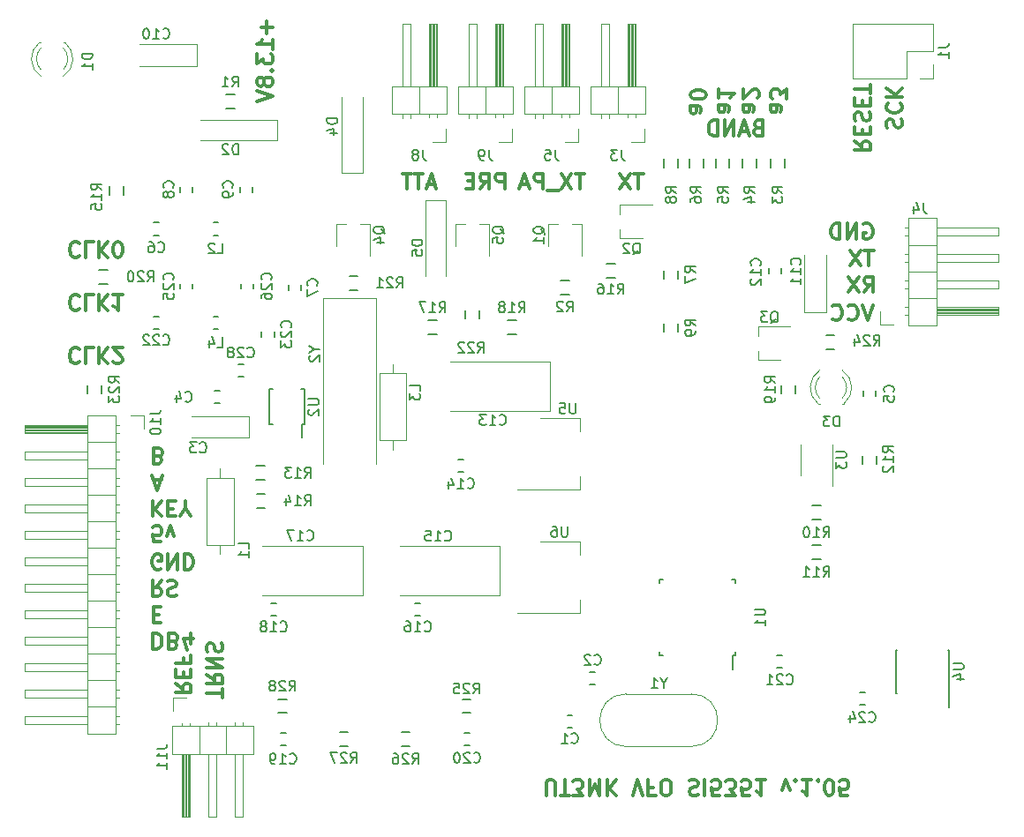
<source format=gbo>
G04 #@! TF.FileFunction,Legend,Bot*
%FSLAX46Y46*%
G04 Gerber Fmt 4.6, Leading zero omitted, Abs format (unit mm)*
G04 Created by KiCad (PCBNEW 4.0.7-e2-6376~58~ubuntu14.04.1) date Mon Jan  1 12:00:40 2018*
%MOMM*%
%LPD*%
G01*
G04 APERTURE LIST*
%ADD10C,0.100000*%
%ADD11C,0.300000*%
%ADD12C,0.120000*%
%ADD13C,0.150000*%
G04 APERTURE END LIST*
D10*
D11*
X85821429Y-107857142D02*
X86535714Y-108357142D01*
X85821429Y-108714285D02*
X87321429Y-108714285D01*
X87321429Y-108142857D01*
X87250000Y-107999999D01*
X87178571Y-107928571D01*
X87035714Y-107857142D01*
X86821429Y-107857142D01*
X86678571Y-107928571D01*
X86607143Y-107999999D01*
X86535714Y-108142857D01*
X86535714Y-108714285D01*
X86607143Y-107214285D02*
X86607143Y-106714285D01*
X85821429Y-106499999D02*
X85821429Y-107214285D01*
X87321429Y-107214285D01*
X87321429Y-106499999D01*
X86607143Y-105357142D02*
X86607143Y-105857142D01*
X85821429Y-105857142D02*
X87321429Y-105857142D01*
X87321429Y-105142856D01*
X90321429Y-109178571D02*
X90321429Y-108321428D01*
X88821429Y-108749999D02*
X90321429Y-108749999D01*
X88821429Y-106964285D02*
X89535714Y-107464285D01*
X88821429Y-107821428D02*
X90321429Y-107821428D01*
X90321429Y-107250000D01*
X90250000Y-107107142D01*
X90178571Y-107035714D01*
X90035714Y-106964285D01*
X89821429Y-106964285D01*
X89678571Y-107035714D01*
X89607143Y-107107142D01*
X89535714Y-107250000D01*
X89535714Y-107821428D01*
X88821429Y-106321428D02*
X90321429Y-106321428D01*
X88821429Y-105464285D01*
X90321429Y-105464285D01*
X88892857Y-104821428D02*
X88821429Y-104607142D01*
X88821429Y-104249999D01*
X88892857Y-104107142D01*
X88964286Y-104035713D01*
X89107143Y-103964285D01*
X89250000Y-103964285D01*
X89392857Y-104035713D01*
X89464286Y-104107142D01*
X89535714Y-104249999D01*
X89607143Y-104535713D01*
X89678571Y-104678571D01*
X89750000Y-104749999D01*
X89892857Y-104821428D01*
X90035714Y-104821428D01*
X90178571Y-104749999D01*
X90250000Y-104678571D01*
X90321429Y-104535713D01*
X90321429Y-104178571D01*
X90250000Y-103964285D01*
X83667858Y-103021429D02*
X83667858Y-104521429D01*
X84025001Y-104521429D01*
X84239286Y-104450000D01*
X84382144Y-104307143D01*
X84453572Y-104164286D01*
X84525001Y-103878571D01*
X84525001Y-103664286D01*
X84453572Y-103378571D01*
X84382144Y-103235714D01*
X84239286Y-103092857D01*
X84025001Y-103021429D01*
X83667858Y-103021429D01*
X85667858Y-103807143D02*
X85882144Y-103735714D01*
X85953572Y-103664286D01*
X86025001Y-103521429D01*
X86025001Y-103307143D01*
X85953572Y-103164286D01*
X85882144Y-103092857D01*
X85739286Y-103021429D01*
X85167858Y-103021429D01*
X85167858Y-104521429D01*
X85667858Y-104521429D01*
X85810715Y-104450000D01*
X85882144Y-104378571D01*
X85953572Y-104235714D01*
X85953572Y-104092857D01*
X85882144Y-103950000D01*
X85810715Y-103878571D01*
X85667858Y-103807143D01*
X85167858Y-103807143D01*
X87310715Y-104021429D02*
X87310715Y-103021429D01*
X86953572Y-104592857D02*
X86596429Y-103521429D01*
X87525001Y-103521429D01*
X83703572Y-101257143D02*
X84203572Y-101257143D01*
X84417858Y-100471429D02*
X83703572Y-100471429D01*
X83703572Y-101971429D01*
X84417858Y-101971429D01*
X84475001Y-97921429D02*
X83975001Y-98635714D01*
X83617858Y-97921429D02*
X83617858Y-99421429D01*
X84189286Y-99421429D01*
X84332144Y-99350000D01*
X84403572Y-99278571D01*
X84475001Y-99135714D01*
X84475001Y-98921429D01*
X84403572Y-98778571D01*
X84332144Y-98707143D01*
X84189286Y-98635714D01*
X83617858Y-98635714D01*
X85046429Y-97992857D02*
X85260715Y-97921429D01*
X85617858Y-97921429D01*
X85760715Y-97992857D01*
X85832144Y-98064286D01*
X85903572Y-98207143D01*
X85903572Y-98350000D01*
X85832144Y-98492857D01*
X85760715Y-98564286D01*
X85617858Y-98635714D01*
X85332144Y-98707143D01*
X85189286Y-98778571D01*
X85117858Y-98850000D01*
X85046429Y-98992857D01*
X85046429Y-99135714D01*
X85117858Y-99278571D01*
X85189286Y-99350000D01*
X85332144Y-99421429D01*
X85689286Y-99421429D01*
X85903572Y-99350000D01*
X84407143Y-96825000D02*
X84264286Y-96896429D01*
X84050000Y-96896429D01*
X83835715Y-96825000D01*
X83692857Y-96682143D01*
X83621429Y-96539286D01*
X83550000Y-96253571D01*
X83550000Y-96039286D01*
X83621429Y-95753571D01*
X83692857Y-95610714D01*
X83835715Y-95467857D01*
X84050000Y-95396429D01*
X84192857Y-95396429D01*
X84407143Y-95467857D01*
X84478572Y-95539286D01*
X84478572Y-96039286D01*
X84192857Y-96039286D01*
X85121429Y-95396429D02*
X85121429Y-96896429D01*
X85978572Y-95396429D01*
X85978572Y-96896429D01*
X86692858Y-95396429D02*
X86692858Y-96896429D01*
X87050001Y-96896429D01*
X87264286Y-96825000D01*
X87407144Y-96682143D01*
X87478572Y-96539286D01*
X87550001Y-96253571D01*
X87550001Y-96039286D01*
X87478572Y-95753571D01*
X87407144Y-95610714D01*
X87264286Y-95467857D01*
X87050001Y-95396429D01*
X86692858Y-95396429D01*
X84207143Y-86032143D02*
X84421429Y-85960714D01*
X84492857Y-85889286D01*
X84564286Y-85746429D01*
X84564286Y-85532143D01*
X84492857Y-85389286D01*
X84421429Y-85317857D01*
X84278571Y-85246429D01*
X83707143Y-85246429D01*
X83707143Y-86746429D01*
X84207143Y-86746429D01*
X84350000Y-86675000D01*
X84421429Y-86603571D01*
X84492857Y-86460714D01*
X84492857Y-86317857D01*
X84421429Y-86175000D01*
X84350000Y-86103571D01*
X84207143Y-86032143D01*
X83707143Y-86032143D01*
X83742857Y-88250000D02*
X84457143Y-88250000D01*
X83600000Y-87821429D02*
X84100000Y-89321429D01*
X84600000Y-87821429D01*
X83610715Y-90296429D02*
X83610715Y-91796429D01*
X84467858Y-90296429D02*
X83825001Y-91153571D01*
X84467858Y-91796429D02*
X83610715Y-90939286D01*
X85110715Y-91082143D02*
X85610715Y-91082143D01*
X85825001Y-90296429D02*
X85110715Y-90296429D01*
X85110715Y-91796429D01*
X85825001Y-91796429D01*
X86753572Y-91010714D02*
X86753572Y-90296429D01*
X86253572Y-91796429D02*
X86753572Y-91010714D01*
X87253572Y-91796429D01*
X84435715Y-94221429D02*
X83721429Y-94221429D01*
X83650000Y-93507143D01*
X83721429Y-93578571D01*
X83864286Y-93650000D01*
X84221429Y-93650000D01*
X84364286Y-93578571D01*
X84435715Y-93507143D01*
X84507143Y-93364286D01*
X84507143Y-93007143D01*
X84435715Y-92864286D01*
X84364286Y-92792857D01*
X84221429Y-92721429D01*
X83864286Y-92721429D01*
X83721429Y-92792857D01*
X83650000Y-92864286D01*
X85007143Y-93721429D02*
X85364286Y-92721429D01*
X85721428Y-93721429D01*
X121385716Y-118571429D02*
X121385716Y-117357143D01*
X121457144Y-117214286D01*
X121528573Y-117142857D01*
X121671430Y-117071429D01*
X121957144Y-117071429D01*
X122100002Y-117142857D01*
X122171430Y-117214286D01*
X122242859Y-117357143D01*
X122242859Y-118571429D01*
X122742859Y-118571429D02*
X123600002Y-118571429D01*
X123171431Y-117071429D02*
X123171431Y-118571429D01*
X123957145Y-118571429D02*
X124885716Y-118571429D01*
X124385716Y-118000000D01*
X124600002Y-118000000D01*
X124742859Y-117928571D01*
X124814288Y-117857143D01*
X124885716Y-117714286D01*
X124885716Y-117357143D01*
X124814288Y-117214286D01*
X124742859Y-117142857D01*
X124600002Y-117071429D01*
X124171430Y-117071429D01*
X124028573Y-117142857D01*
X123957145Y-117214286D01*
X125528573Y-117071429D02*
X125528573Y-118571429D01*
X126028573Y-117500000D01*
X126528573Y-118571429D01*
X126528573Y-117071429D01*
X127242859Y-117071429D02*
X127242859Y-118571429D01*
X128100002Y-117071429D02*
X127457145Y-117928571D01*
X128100002Y-118571429D02*
X127242859Y-117714286D01*
X129671430Y-118571429D02*
X130171430Y-117071429D01*
X130671430Y-118571429D01*
X131671430Y-117857143D02*
X131171430Y-117857143D01*
X131171430Y-117071429D02*
X131171430Y-118571429D01*
X131885716Y-118571429D01*
X132742858Y-118571429D02*
X133028572Y-118571429D01*
X133171430Y-118500000D01*
X133314287Y-118357143D01*
X133385715Y-118071429D01*
X133385715Y-117571429D01*
X133314287Y-117285714D01*
X133171430Y-117142857D01*
X133028572Y-117071429D01*
X132742858Y-117071429D01*
X132600001Y-117142857D01*
X132457144Y-117285714D01*
X132385715Y-117571429D01*
X132385715Y-118071429D01*
X132457144Y-118357143D01*
X132600001Y-118500000D01*
X132742858Y-118571429D01*
X135100001Y-117142857D02*
X135314287Y-117071429D01*
X135671430Y-117071429D01*
X135814287Y-117142857D01*
X135885716Y-117214286D01*
X135957144Y-117357143D01*
X135957144Y-117500000D01*
X135885716Y-117642857D01*
X135814287Y-117714286D01*
X135671430Y-117785714D01*
X135385716Y-117857143D01*
X135242858Y-117928571D01*
X135171430Y-118000000D01*
X135100001Y-118142857D01*
X135100001Y-118285714D01*
X135171430Y-118428571D01*
X135242858Y-118500000D01*
X135385716Y-118571429D01*
X135742858Y-118571429D01*
X135957144Y-118500000D01*
X136600001Y-117071429D02*
X136600001Y-118571429D01*
X138028573Y-118571429D02*
X137314287Y-118571429D01*
X137242858Y-117857143D01*
X137314287Y-117928571D01*
X137457144Y-118000000D01*
X137814287Y-118000000D01*
X137957144Y-117928571D01*
X138028573Y-117857143D01*
X138100001Y-117714286D01*
X138100001Y-117357143D01*
X138028573Y-117214286D01*
X137957144Y-117142857D01*
X137814287Y-117071429D01*
X137457144Y-117071429D01*
X137314287Y-117142857D01*
X137242858Y-117214286D01*
X138600001Y-118571429D02*
X139528572Y-118571429D01*
X139028572Y-118000000D01*
X139242858Y-118000000D01*
X139385715Y-117928571D01*
X139457144Y-117857143D01*
X139528572Y-117714286D01*
X139528572Y-117357143D01*
X139457144Y-117214286D01*
X139385715Y-117142857D01*
X139242858Y-117071429D01*
X138814286Y-117071429D01*
X138671429Y-117142857D01*
X138600001Y-117214286D01*
X140885715Y-118571429D02*
X140171429Y-118571429D01*
X140100000Y-117857143D01*
X140171429Y-117928571D01*
X140314286Y-118000000D01*
X140671429Y-118000000D01*
X140814286Y-117928571D01*
X140885715Y-117857143D01*
X140957143Y-117714286D01*
X140957143Y-117357143D01*
X140885715Y-117214286D01*
X140814286Y-117142857D01*
X140671429Y-117071429D01*
X140314286Y-117071429D01*
X140171429Y-117142857D01*
X140100000Y-117214286D01*
X142385714Y-117071429D02*
X141528571Y-117071429D01*
X141957143Y-117071429D02*
X141957143Y-118571429D01*
X141814286Y-118357143D01*
X141671428Y-118214286D01*
X141528571Y-118142857D01*
X144028571Y-118071429D02*
X144385714Y-117071429D01*
X144742856Y-118071429D01*
X145314285Y-117214286D02*
X145385713Y-117142857D01*
X145314285Y-117071429D01*
X145242856Y-117142857D01*
X145314285Y-117214286D01*
X145314285Y-117071429D01*
X146814285Y-117071429D02*
X145957142Y-117071429D01*
X146385714Y-117071429D02*
X146385714Y-118571429D01*
X146242857Y-118357143D01*
X146099999Y-118214286D01*
X145957142Y-118142857D01*
X147457142Y-117214286D02*
X147528570Y-117142857D01*
X147457142Y-117071429D01*
X147385713Y-117142857D01*
X147457142Y-117214286D01*
X147457142Y-117071429D01*
X148457142Y-118571429D02*
X148599999Y-118571429D01*
X148742856Y-118500000D01*
X148814285Y-118428571D01*
X148885714Y-118285714D01*
X148957142Y-118000000D01*
X148957142Y-117642857D01*
X148885714Y-117357143D01*
X148814285Y-117214286D01*
X148742856Y-117142857D01*
X148599999Y-117071429D01*
X148457142Y-117071429D01*
X148314285Y-117142857D01*
X148242856Y-117214286D01*
X148171428Y-117357143D01*
X148099999Y-117642857D01*
X148099999Y-118000000D01*
X148171428Y-118285714D01*
X148242856Y-118428571D01*
X148314285Y-118500000D01*
X148457142Y-118571429D01*
X150314285Y-118571429D02*
X149599999Y-118571429D01*
X149528570Y-117857143D01*
X149599999Y-117928571D01*
X149742856Y-118000000D01*
X150099999Y-118000000D01*
X150242856Y-117928571D01*
X150314285Y-117857143D01*
X150385713Y-117714286D01*
X150385713Y-117357143D01*
X150314285Y-117214286D01*
X150242856Y-117142857D01*
X150099999Y-117071429D01*
X149742856Y-117071429D01*
X149599999Y-117142857D01*
X149528570Y-117214286D01*
X110720000Y-59940000D02*
X110005714Y-59940000D01*
X110862857Y-60368571D02*
X110362857Y-58868571D01*
X109862857Y-60368571D01*
X109577143Y-58868571D02*
X108720000Y-58868571D01*
X109148571Y-60368571D02*
X109148571Y-58868571D01*
X108434286Y-58868571D02*
X107577143Y-58868571D01*
X108005714Y-60368571D02*
X108005714Y-58868571D01*
X76592858Y-75764286D02*
X76521429Y-75692857D01*
X76307143Y-75621429D01*
X76164286Y-75621429D01*
X75950001Y-75692857D01*
X75807143Y-75835714D01*
X75735715Y-75978571D01*
X75664286Y-76264286D01*
X75664286Y-76478571D01*
X75735715Y-76764286D01*
X75807143Y-76907143D01*
X75950001Y-77050000D01*
X76164286Y-77121429D01*
X76307143Y-77121429D01*
X76521429Y-77050000D01*
X76592858Y-76978571D01*
X77950001Y-75621429D02*
X77235715Y-75621429D01*
X77235715Y-77121429D01*
X78450001Y-75621429D02*
X78450001Y-77121429D01*
X79307144Y-75621429D02*
X78664287Y-76478571D01*
X79307144Y-77121429D02*
X78450001Y-76264286D01*
X79878572Y-76978571D02*
X79950001Y-77050000D01*
X80092858Y-77121429D01*
X80450001Y-77121429D01*
X80592858Y-77050000D01*
X80664287Y-76978571D01*
X80735715Y-76835714D01*
X80735715Y-76692857D01*
X80664287Y-76478571D01*
X79807144Y-75621429D01*
X80735715Y-75621429D01*
X76592858Y-70664286D02*
X76521429Y-70592857D01*
X76307143Y-70521429D01*
X76164286Y-70521429D01*
X75950001Y-70592857D01*
X75807143Y-70735714D01*
X75735715Y-70878571D01*
X75664286Y-71164286D01*
X75664286Y-71378571D01*
X75735715Y-71664286D01*
X75807143Y-71807143D01*
X75950001Y-71950000D01*
X76164286Y-72021429D01*
X76307143Y-72021429D01*
X76521429Y-71950000D01*
X76592858Y-71878571D01*
X77950001Y-70521429D02*
X77235715Y-70521429D01*
X77235715Y-72021429D01*
X78450001Y-70521429D02*
X78450001Y-72021429D01*
X79307144Y-70521429D02*
X78664287Y-71378571D01*
X79307144Y-72021429D02*
X78450001Y-71164286D01*
X80735715Y-70521429D02*
X79878572Y-70521429D01*
X80307144Y-70521429D02*
X80307144Y-72021429D01*
X80164287Y-71807143D01*
X80021429Y-71664286D01*
X79878572Y-71592857D01*
X76592858Y-65564286D02*
X76521429Y-65492857D01*
X76307143Y-65421429D01*
X76164286Y-65421429D01*
X75950001Y-65492857D01*
X75807143Y-65635714D01*
X75735715Y-65778571D01*
X75664286Y-66064286D01*
X75664286Y-66278571D01*
X75735715Y-66564286D01*
X75807143Y-66707143D01*
X75950001Y-66850000D01*
X76164286Y-66921429D01*
X76307143Y-66921429D01*
X76521429Y-66850000D01*
X76592858Y-66778571D01*
X77950001Y-65421429D02*
X77235715Y-65421429D01*
X77235715Y-66921429D01*
X78450001Y-65421429D02*
X78450001Y-66921429D01*
X79307144Y-65421429D02*
X78664287Y-66278571D01*
X79307144Y-66921429D02*
X78450001Y-66064286D01*
X80235715Y-66921429D02*
X80378572Y-66921429D01*
X80521429Y-66850000D01*
X80592858Y-66778571D01*
X80664287Y-66635714D01*
X80735715Y-66350000D01*
X80735715Y-65992857D01*
X80664287Y-65707143D01*
X80592858Y-65564286D01*
X80521429Y-65492857D01*
X80378572Y-65421429D01*
X80235715Y-65421429D01*
X80092858Y-65492857D01*
X80021429Y-65564286D01*
X79950001Y-65707143D01*
X79878572Y-65992857D01*
X79878572Y-66350000D01*
X79950001Y-66635714D01*
X80021429Y-66778571D01*
X80092858Y-66850000D01*
X80235715Y-66921429D01*
X117391428Y-60368571D02*
X117391428Y-58868571D01*
X116820000Y-58868571D01*
X116677142Y-58940000D01*
X116605714Y-59011429D01*
X116534285Y-59154286D01*
X116534285Y-59368571D01*
X116605714Y-59511429D01*
X116677142Y-59582857D01*
X116820000Y-59654286D01*
X117391428Y-59654286D01*
X115034285Y-60368571D02*
X115534285Y-59654286D01*
X115891428Y-60368571D02*
X115891428Y-58868571D01*
X115320000Y-58868571D01*
X115177142Y-58940000D01*
X115105714Y-59011429D01*
X115034285Y-59154286D01*
X115034285Y-59368571D01*
X115105714Y-59511429D01*
X115177142Y-59582857D01*
X115320000Y-59654286D01*
X115891428Y-59654286D01*
X114391428Y-59582857D02*
X113891428Y-59582857D01*
X113677142Y-60368571D02*
X114391428Y-60368571D01*
X114391428Y-58868571D01*
X113677142Y-58868571D01*
X150959429Y-55772571D02*
X151673714Y-56272571D01*
X150959429Y-56629714D02*
X152459429Y-56629714D01*
X152459429Y-56058286D01*
X152388000Y-55915428D01*
X152316571Y-55844000D01*
X152173714Y-55772571D01*
X151959429Y-55772571D01*
X151816571Y-55844000D01*
X151745143Y-55915428D01*
X151673714Y-56058286D01*
X151673714Y-56629714D01*
X151745143Y-55129714D02*
X151745143Y-54629714D01*
X150959429Y-54415428D02*
X150959429Y-55129714D01*
X152459429Y-55129714D01*
X152459429Y-54415428D01*
X151030857Y-53844000D02*
X150959429Y-53629714D01*
X150959429Y-53272571D01*
X151030857Y-53129714D01*
X151102286Y-53058285D01*
X151245143Y-52986857D01*
X151388000Y-52986857D01*
X151530857Y-53058285D01*
X151602286Y-53129714D01*
X151673714Y-53272571D01*
X151745143Y-53558285D01*
X151816571Y-53701143D01*
X151888000Y-53772571D01*
X152030857Y-53844000D01*
X152173714Y-53844000D01*
X152316571Y-53772571D01*
X152388000Y-53701143D01*
X152459429Y-53558285D01*
X152459429Y-53201143D01*
X152388000Y-52986857D01*
X151745143Y-52344000D02*
X151745143Y-51844000D01*
X150959429Y-51629714D02*
X150959429Y-52344000D01*
X152459429Y-52344000D01*
X152459429Y-51629714D01*
X152459429Y-51201143D02*
X152459429Y-50344000D01*
X150959429Y-50772571D02*
X152459429Y-50772571D01*
X154078857Y-54506571D02*
X154007429Y-54292285D01*
X154007429Y-53935142D01*
X154078857Y-53792285D01*
X154150286Y-53720856D01*
X154293143Y-53649428D01*
X154436000Y-53649428D01*
X154578857Y-53720856D01*
X154650286Y-53792285D01*
X154721714Y-53935142D01*
X154793143Y-54220856D01*
X154864571Y-54363714D01*
X154936000Y-54435142D01*
X155078857Y-54506571D01*
X155221714Y-54506571D01*
X155364571Y-54435142D01*
X155436000Y-54363714D01*
X155507429Y-54220856D01*
X155507429Y-53863714D01*
X155436000Y-53649428D01*
X154150286Y-52149428D02*
X154078857Y-52220857D01*
X154007429Y-52435143D01*
X154007429Y-52578000D01*
X154078857Y-52792285D01*
X154221714Y-52935143D01*
X154364571Y-53006571D01*
X154650286Y-53078000D01*
X154864571Y-53078000D01*
X155150286Y-53006571D01*
X155293143Y-52935143D01*
X155436000Y-52792285D01*
X155507429Y-52578000D01*
X155507429Y-52435143D01*
X155436000Y-52220857D01*
X155364571Y-52149428D01*
X154007429Y-51506571D02*
X155507429Y-51506571D01*
X154007429Y-50649428D02*
X154864571Y-51292285D01*
X155507429Y-50649428D02*
X154650286Y-51506571D01*
X151842857Y-63750000D02*
X151985714Y-63678571D01*
X152200000Y-63678571D01*
X152414285Y-63750000D01*
X152557143Y-63892857D01*
X152628571Y-64035714D01*
X152700000Y-64321429D01*
X152700000Y-64535714D01*
X152628571Y-64821429D01*
X152557143Y-64964286D01*
X152414285Y-65107143D01*
X152200000Y-65178571D01*
X152057143Y-65178571D01*
X151842857Y-65107143D01*
X151771428Y-65035714D01*
X151771428Y-64535714D01*
X152057143Y-64535714D01*
X151128571Y-65178571D02*
X151128571Y-63678571D01*
X150271428Y-65178571D01*
X150271428Y-63678571D01*
X149557142Y-65178571D02*
X149557142Y-63678571D01*
X149199999Y-63678571D01*
X148985714Y-63750000D01*
X148842856Y-63892857D01*
X148771428Y-64035714D01*
X148699999Y-64321429D01*
X148699999Y-64535714D01*
X148771428Y-64821429D01*
X148842856Y-64964286D01*
X148985714Y-65107143D01*
X149199999Y-65178571D01*
X149557142Y-65178571D01*
X151887999Y-70274571D02*
X152387999Y-69560286D01*
X152745142Y-70274571D02*
X152745142Y-68774571D01*
X152173714Y-68774571D01*
X152030856Y-68846000D01*
X151959428Y-68917429D01*
X151887999Y-69060286D01*
X151887999Y-69274571D01*
X151959428Y-69417429D01*
X152030856Y-69488857D01*
X152173714Y-69560286D01*
X152745142Y-69560286D01*
X151387999Y-68774571D02*
X150387999Y-70274571D01*
X150387999Y-68774571D02*
X151387999Y-70274571D01*
X152780857Y-66234571D02*
X151923714Y-66234571D01*
X152352285Y-67734571D02*
X152352285Y-66234571D01*
X151566571Y-66234571D02*
X150566571Y-67734571D01*
X150566571Y-66234571D02*
X151566571Y-67734571D01*
X152700000Y-71478571D02*
X152200000Y-72978571D01*
X151700000Y-71478571D01*
X150342857Y-72835714D02*
X150414286Y-72907143D01*
X150628572Y-72978571D01*
X150771429Y-72978571D01*
X150985714Y-72907143D01*
X151128572Y-72764286D01*
X151200000Y-72621429D01*
X151271429Y-72335714D01*
X151271429Y-72121429D01*
X151200000Y-71835714D01*
X151128572Y-71692857D01*
X150985714Y-71550000D01*
X150771429Y-71478571D01*
X150628572Y-71478571D01*
X150414286Y-71550000D01*
X150342857Y-71621429D01*
X148842857Y-72835714D02*
X148914286Y-72907143D01*
X149128572Y-72978571D01*
X149271429Y-72978571D01*
X149485714Y-72907143D01*
X149628572Y-72764286D01*
X149700000Y-72621429D01*
X149771429Y-72335714D01*
X149771429Y-72121429D01*
X149700000Y-71835714D01*
X149628572Y-71692857D01*
X149485714Y-71550000D01*
X149271429Y-71478571D01*
X149128572Y-71478571D01*
X148914286Y-71550000D01*
X148842857Y-71621429D01*
X125027142Y-58868571D02*
X124169999Y-58868571D01*
X124598570Y-60368571D02*
X124598570Y-58868571D01*
X123812856Y-58868571D02*
X122812856Y-60368571D01*
X122812856Y-58868571D02*
X123812856Y-60368571D01*
X122598571Y-60511429D02*
X121455714Y-60511429D01*
X121098571Y-60368571D02*
X121098571Y-58868571D01*
X120527143Y-58868571D01*
X120384285Y-58940000D01*
X120312857Y-59011429D01*
X120241428Y-59154286D01*
X120241428Y-59368571D01*
X120312857Y-59511429D01*
X120384285Y-59582857D01*
X120527143Y-59654286D01*
X121098571Y-59654286D01*
X119670000Y-59940000D02*
X118955714Y-59940000D01*
X119812857Y-60368571D02*
X119312857Y-58868571D01*
X118812857Y-60368571D01*
X130682857Y-58868571D02*
X129825714Y-58868571D01*
X130254285Y-60368571D02*
X130254285Y-58868571D01*
X129468571Y-58868571D02*
X128468571Y-60368571D01*
X128468571Y-58868571D02*
X129468571Y-60368571D01*
X94607143Y-44285715D02*
X94607143Y-45428572D01*
X95178571Y-44857143D02*
X94035714Y-44857143D01*
X95178571Y-46928572D02*
X95178571Y-46071429D01*
X95178571Y-46500001D02*
X93678571Y-46500001D01*
X93892857Y-46357144D01*
X94035714Y-46214286D01*
X94107143Y-46071429D01*
X93678571Y-47428572D02*
X93678571Y-48357143D01*
X94250000Y-47857143D01*
X94250000Y-48071429D01*
X94321429Y-48214286D01*
X94392857Y-48285715D01*
X94535714Y-48357143D01*
X94892857Y-48357143D01*
X95035714Y-48285715D01*
X95107143Y-48214286D01*
X95178571Y-48071429D01*
X95178571Y-47642857D01*
X95107143Y-47500000D01*
X95035714Y-47428572D01*
X95035714Y-49000000D02*
X95107143Y-49071428D01*
X95178571Y-49000000D01*
X95107143Y-48928571D01*
X95035714Y-49000000D01*
X95178571Y-49000000D01*
X94321429Y-49928572D02*
X94250000Y-49785714D01*
X94178571Y-49714286D01*
X94035714Y-49642857D01*
X93964286Y-49642857D01*
X93821429Y-49714286D01*
X93750000Y-49785714D01*
X93678571Y-49928572D01*
X93678571Y-50214286D01*
X93750000Y-50357143D01*
X93821429Y-50428572D01*
X93964286Y-50500000D01*
X94035714Y-50500000D01*
X94178571Y-50428572D01*
X94250000Y-50357143D01*
X94321429Y-50214286D01*
X94321429Y-49928572D01*
X94392857Y-49785714D01*
X94464286Y-49714286D01*
X94607143Y-49642857D01*
X94892857Y-49642857D01*
X95035714Y-49714286D01*
X95107143Y-49785714D01*
X95178571Y-49928572D01*
X95178571Y-50214286D01*
X95107143Y-50357143D01*
X95035714Y-50428572D01*
X94892857Y-50500000D01*
X94607143Y-50500000D01*
X94464286Y-50428572D01*
X94392857Y-50357143D01*
X94321429Y-50214286D01*
X93678571Y-50928571D02*
X95178571Y-51428571D01*
X93678571Y-51928571D01*
X141671428Y-54492857D02*
X141457142Y-54564286D01*
X141385714Y-54635714D01*
X141314285Y-54778571D01*
X141314285Y-54992857D01*
X141385714Y-55135714D01*
X141457142Y-55207143D01*
X141600000Y-55278571D01*
X142171428Y-55278571D01*
X142171428Y-53778571D01*
X141671428Y-53778571D01*
X141528571Y-53850000D01*
X141457142Y-53921429D01*
X141385714Y-54064286D01*
X141385714Y-54207143D01*
X141457142Y-54350000D01*
X141528571Y-54421429D01*
X141671428Y-54492857D01*
X142171428Y-54492857D01*
X140742857Y-54850000D02*
X140028571Y-54850000D01*
X140885714Y-55278571D02*
X140385714Y-53778571D01*
X139885714Y-55278571D01*
X139385714Y-55278571D02*
X139385714Y-53778571D01*
X138528571Y-55278571D01*
X138528571Y-53778571D01*
X137814285Y-55278571D02*
X137814285Y-53778571D01*
X137457142Y-53778571D01*
X137242857Y-53850000D01*
X137099999Y-53992857D01*
X137028571Y-54135714D01*
X136957142Y-54421429D01*
X136957142Y-54635714D01*
X137028571Y-54921429D01*
X137099999Y-55064286D01*
X137242857Y-55207143D01*
X137457142Y-55278571D01*
X137814285Y-55278571D01*
X142921429Y-52292857D02*
X143707143Y-52292857D01*
X143850000Y-52364286D01*
X143921429Y-52507143D01*
X143921429Y-52792857D01*
X143850000Y-52935714D01*
X142992857Y-52292857D02*
X142921429Y-52435714D01*
X142921429Y-52792857D01*
X142992857Y-52935714D01*
X143135714Y-53007143D01*
X143278571Y-53007143D01*
X143421429Y-52935714D01*
X143492857Y-52792857D01*
X143492857Y-52435714D01*
X143564286Y-52292857D01*
X144421429Y-51721428D02*
X144421429Y-50792857D01*
X143850000Y-51292857D01*
X143850000Y-51078571D01*
X143778571Y-50935714D01*
X143707143Y-50864285D01*
X143564286Y-50792857D01*
X143207143Y-50792857D01*
X143064286Y-50864285D01*
X142992857Y-50935714D01*
X142921429Y-51078571D01*
X142921429Y-51507143D01*
X142992857Y-51650000D01*
X143064286Y-51721428D01*
X140321429Y-52292857D02*
X141107143Y-52292857D01*
X141250000Y-52364286D01*
X141321429Y-52507143D01*
X141321429Y-52792857D01*
X141250000Y-52935714D01*
X140392857Y-52292857D02*
X140321429Y-52435714D01*
X140321429Y-52792857D01*
X140392857Y-52935714D01*
X140535714Y-53007143D01*
X140678571Y-53007143D01*
X140821429Y-52935714D01*
X140892857Y-52792857D01*
X140892857Y-52435714D01*
X140964286Y-52292857D01*
X141678571Y-51650000D02*
X141750000Y-51578571D01*
X141821429Y-51435714D01*
X141821429Y-51078571D01*
X141750000Y-50935714D01*
X141678571Y-50864285D01*
X141535714Y-50792857D01*
X141392857Y-50792857D01*
X141178571Y-50864285D01*
X140321429Y-51721428D01*
X140321429Y-50792857D01*
X137921429Y-52292857D02*
X138707143Y-52292857D01*
X138850000Y-52364286D01*
X138921429Y-52507143D01*
X138921429Y-52792857D01*
X138850000Y-52935714D01*
X137992857Y-52292857D02*
X137921429Y-52435714D01*
X137921429Y-52792857D01*
X137992857Y-52935714D01*
X138135714Y-53007143D01*
X138278571Y-53007143D01*
X138421429Y-52935714D01*
X138492857Y-52792857D01*
X138492857Y-52435714D01*
X138564286Y-52292857D01*
X137921429Y-50792857D02*
X137921429Y-51650000D01*
X137921429Y-51221428D02*
X139421429Y-51221428D01*
X139207143Y-51364285D01*
X139064286Y-51507143D01*
X138992857Y-51650000D01*
X135221429Y-52392857D02*
X136007143Y-52392857D01*
X136150000Y-52464286D01*
X136221429Y-52607143D01*
X136221429Y-52892857D01*
X136150000Y-53035714D01*
X135292857Y-52392857D02*
X135221429Y-52535714D01*
X135221429Y-52892857D01*
X135292857Y-53035714D01*
X135435714Y-53107143D01*
X135578571Y-53107143D01*
X135721429Y-53035714D01*
X135792857Y-52892857D01*
X135792857Y-52535714D01*
X135864286Y-52392857D01*
X136721429Y-51392857D02*
X136721429Y-51250000D01*
X136650000Y-51107143D01*
X136578571Y-51035714D01*
X136435714Y-50964285D01*
X136150000Y-50892857D01*
X135792857Y-50892857D01*
X135507143Y-50964285D01*
X135364286Y-51035714D01*
X135292857Y-51107143D01*
X135221429Y-51250000D01*
X135221429Y-51392857D01*
X135292857Y-51535714D01*
X135364286Y-51607143D01*
X135507143Y-51678571D01*
X135792857Y-51750000D01*
X136150000Y-51750000D01*
X136435714Y-51678571D01*
X136578571Y-51607143D01*
X136650000Y-51535714D01*
X136721429Y-51392857D01*
D12*
X102170000Y-63695000D02*
X101260000Y-63695000D01*
X104470000Y-63695000D02*
X103570000Y-63695000D01*
X104480000Y-66770000D02*
X104480000Y-63695000D01*
X101260000Y-65845000D02*
X101260000Y-63695000D01*
X99950000Y-86800000D02*
X99950000Y-70825000D01*
X99950000Y-70825000D02*
X105050000Y-70825000D01*
X105050000Y-70825000D02*
X105050000Y-86800000D01*
D13*
X126100000Y-106700000D02*
X125600000Y-106700000D01*
X125600000Y-107900000D02*
X126100000Y-107900000D01*
X90070000Y-79720000D02*
X89570000Y-79720000D01*
X89570000Y-80920000D02*
X90070000Y-80920000D01*
X83750000Y-64800000D02*
X84250000Y-64800000D01*
X84250000Y-63600000D02*
X83750000Y-63600000D01*
X96700000Y-69550000D02*
X96700000Y-70050000D01*
X97900000Y-70050000D02*
X97900000Y-69550000D01*
X90700000Y-52675000D02*
X91500000Y-52675000D01*
X91500000Y-51325000D02*
X90700000Y-51325000D01*
X122790000Y-70525000D02*
X123590000Y-70525000D01*
X123590000Y-69175000D02*
X122790000Y-69175000D01*
X144275000Y-58300000D02*
X144275000Y-57500000D01*
X142925000Y-57500000D02*
X142925000Y-58300000D01*
X141575000Y-58300000D02*
X141575000Y-57500000D01*
X140225000Y-57500000D02*
X140225000Y-58300000D01*
X138975000Y-58300000D02*
X138975000Y-57500000D01*
X137625000Y-57500000D02*
X137625000Y-58300000D01*
X135125000Y-57500000D02*
X135125000Y-58300000D01*
X136475000Y-58300000D02*
X136475000Y-57500000D01*
X132675000Y-68180000D02*
X132675000Y-68980000D01*
X134025000Y-68980000D02*
X134025000Y-68180000D01*
X123900000Y-110850000D02*
X123400000Y-110850000D01*
X123400000Y-112050000D02*
X123900000Y-112050000D01*
X153000000Y-80260000D02*
X153000000Y-79760000D01*
X151800000Y-79760000D02*
X151800000Y-80260000D01*
X87500000Y-60650000D02*
X87500000Y-60150000D01*
X86300000Y-60150000D02*
X86300000Y-60650000D01*
X93200000Y-60650000D02*
X93200000Y-60150000D01*
X92000000Y-60150000D02*
X92000000Y-60650000D01*
X143940000Y-68480000D02*
X143940000Y-67980000D01*
X142740000Y-67980000D02*
X142740000Y-68480000D01*
D12*
X72921392Y-49542335D02*
G75*
G02X72764484Y-46310000I1078608J1672335D01*
G01*
X75078608Y-49542335D02*
G75*
G03X75235516Y-46310000I-1078608J1672335D01*
G01*
X72920163Y-48911130D02*
G75*
G02X72920000Y-46829039I1079837J1041130D01*
G01*
X75079837Y-48911130D02*
G75*
G03X75080000Y-46829039I-1079837J1041130D01*
G01*
X72764000Y-46310000D02*
X72920000Y-46310000D01*
X75080000Y-46310000D02*
X75236000Y-46310000D01*
X88250000Y-53700000D02*
X95550000Y-53700000D01*
X95550000Y-53700000D02*
X95550000Y-55700000D01*
X95550000Y-55700000D02*
X88250000Y-55700000D01*
X150790000Y-49730000D02*
X150790000Y-44530000D01*
X155930000Y-49730000D02*
X150790000Y-49730000D01*
X158530000Y-44530000D02*
X150790000Y-44530000D01*
X155930000Y-49730000D02*
X155930000Y-47130000D01*
X155930000Y-47130000D02*
X158530000Y-47130000D01*
X158530000Y-47130000D02*
X158530000Y-44530000D01*
X157200000Y-49730000D02*
X158530000Y-49730000D01*
X158530000Y-49730000D02*
X158530000Y-48400000D01*
X156140000Y-73430000D02*
X156140000Y-63150000D01*
X156140000Y-63150000D02*
X158800000Y-63150000D01*
X158800000Y-63150000D02*
X158800000Y-73430000D01*
X158800000Y-73430000D02*
X156140000Y-73430000D01*
X158800000Y-72480000D02*
X164800000Y-72480000D01*
X164800000Y-72480000D02*
X164800000Y-71720000D01*
X164800000Y-71720000D02*
X158800000Y-71720000D01*
X158800000Y-72420000D02*
X164800000Y-72420000D01*
X158800000Y-72300000D02*
X164800000Y-72300000D01*
X158800000Y-72180000D02*
X164800000Y-72180000D01*
X158800000Y-72060000D02*
X164800000Y-72060000D01*
X158800000Y-71940000D02*
X164800000Y-71940000D01*
X158800000Y-71820000D02*
X164800000Y-71820000D01*
X155810000Y-72480000D02*
X156140000Y-72480000D01*
X155810000Y-71720000D02*
X156140000Y-71720000D01*
X156140000Y-70830000D02*
X158800000Y-70830000D01*
X158800000Y-69940000D02*
X164800000Y-69940000D01*
X164800000Y-69940000D02*
X164800000Y-69180000D01*
X164800000Y-69180000D02*
X158800000Y-69180000D01*
X155742929Y-69940000D02*
X156140000Y-69940000D01*
X155742929Y-69180000D02*
X156140000Y-69180000D01*
X156140000Y-68290000D02*
X158800000Y-68290000D01*
X158800000Y-67400000D02*
X164800000Y-67400000D01*
X164800000Y-67400000D02*
X164800000Y-66640000D01*
X164800000Y-66640000D02*
X158800000Y-66640000D01*
X155742929Y-67400000D02*
X156140000Y-67400000D01*
X155742929Y-66640000D02*
X156140000Y-66640000D01*
X156140000Y-65750000D02*
X158800000Y-65750000D01*
X158800000Y-64860000D02*
X164800000Y-64860000D01*
X164800000Y-64860000D02*
X164800000Y-64100000D01*
X164800000Y-64100000D02*
X158800000Y-64100000D01*
X155742929Y-64860000D02*
X156140000Y-64860000D01*
X155742929Y-64100000D02*
X156140000Y-64100000D01*
X153430000Y-72100000D02*
X153430000Y-73370000D01*
X153430000Y-73370000D02*
X154700000Y-73370000D01*
X122490000Y-63695000D02*
X121580000Y-63695000D01*
X124790000Y-63695000D02*
X123890000Y-63695000D01*
X124800000Y-66770000D02*
X124800000Y-63695000D01*
X121580000Y-65845000D02*
X121580000Y-63695000D01*
X128465000Y-64200000D02*
X128465000Y-65110000D01*
X128465000Y-61900000D02*
X128465000Y-62800000D01*
X131540000Y-61890000D02*
X128465000Y-61890000D01*
X130615000Y-65110000D02*
X128465000Y-65110000D01*
D13*
X132675000Y-57500000D02*
X132675000Y-58300000D01*
X134025000Y-58300000D02*
X134025000Y-57500000D01*
X132675000Y-73260000D02*
X132675000Y-74060000D01*
X134025000Y-74060000D02*
X134025000Y-73260000D01*
X147720000Y-90765000D02*
X146920000Y-90765000D01*
X146920000Y-92115000D02*
X147720000Y-92115000D01*
X147720000Y-94575000D02*
X146920000Y-94575000D01*
X146920000Y-95925000D02*
X147720000Y-95925000D01*
X151725000Y-85960000D02*
X151725000Y-86760000D01*
X153075000Y-86760000D02*
X153075000Y-85960000D01*
X94380000Y-86955000D02*
X93580000Y-86955000D01*
X93580000Y-88305000D02*
X94380000Y-88305000D01*
X94400000Y-89625000D02*
X93600000Y-89625000D01*
X93600000Y-90975000D02*
X94400000Y-90975000D01*
X79525000Y-60100000D02*
X79525000Y-60900000D01*
X80875000Y-60900000D02*
X80875000Y-60100000D01*
X127200000Y-68875000D02*
X128000000Y-68875000D01*
X128000000Y-67525000D02*
X127200000Y-67525000D01*
X110090000Y-74335000D02*
X110890000Y-74335000D01*
X110890000Y-72985000D02*
X110090000Y-72985000D01*
X117710000Y-74335000D02*
X118510000Y-74335000D01*
X118510000Y-72985000D02*
X117710000Y-72985000D01*
X79300000Y-68125000D02*
X78500000Y-68125000D01*
X78500000Y-69475000D02*
X79300000Y-69475000D01*
X139515000Y-105095000D02*
X139290000Y-105095000D01*
X139515000Y-97845000D02*
X139190000Y-97845000D01*
X132265000Y-97845000D02*
X132590000Y-97845000D01*
X132265000Y-105095000D02*
X132590000Y-105095000D01*
X139515000Y-105095000D02*
X139515000Y-104770000D01*
X132265000Y-105095000D02*
X132265000Y-104770000D01*
X132265000Y-97845000D02*
X132265000Y-98170000D01*
X139515000Y-97845000D02*
X139515000Y-98170000D01*
X139290000Y-105095000D02*
X139290000Y-106520000D01*
X98195000Y-82955000D02*
X97970000Y-82955000D01*
X98195000Y-79605000D02*
X97895000Y-79605000D01*
X94845000Y-79605000D02*
X95145000Y-79605000D01*
X94845000Y-82955000D02*
X95145000Y-82955000D01*
X98195000Y-82955000D02*
X98195000Y-79605000D01*
X94845000Y-82955000D02*
X94845000Y-79605000D01*
X97970000Y-82955000D02*
X97970000Y-84180000D01*
D12*
X145820000Y-84860000D02*
X145820000Y-87860000D01*
X148820000Y-84860000D02*
X148820000Y-88860000D01*
D13*
X160055000Y-108755000D02*
X160005000Y-108755000D01*
X160055000Y-104605000D02*
X159910000Y-104605000D01*
X154905000Y-104605000D02*
X155050000Y-104605000D01*
X154905000Y-108755000D02*
X155050000Y-108755000D01*
X160055000Y-108755000D02*
X160055000Y-104605000D01*
X154905000Y-108755000D02*
X154905000Y-104605000D01*
X160005000Y-108755000D02*
X160005000Y-110155000D01*
D12*
X124610000Y-82390000D02*
X124610000Y-83650000D01*
X124610000Y-89210000D02*
X124610000Y-87950000D01*
X120850000Y-82390000D02*
X124610000Y-82390000D01*
X118600000Y-89210000D02*
X124610000Y-89210000D01*
X124610000Y-94240000D02*
X124610000Y-95500000D01*
X124610000Y-101060000D02*
X124610000Y-99800000D01*
X120850000Y-94240000D02*
X124610000Y-94240000D01*
X118600000Y-101060000D02*
X124610000Y-101060000D01*
X135305000Y-108835000D02*
X129055000Y-108835000D01*
X135305000Y-113885000D02*
X129055000Y-113885000D01*
X135305000Y-113885000D02*
G75*
G03X135305000Y-108835000I0J2525000D01*
G01*
X129055000Y-113885000D02*
G75*
G02X129055000Y-108835000I0J2525000D01*
G01*
D13*
X95500000Y-100120000D02*
X95000000Y-100120000D01*
X95000000Y-101320000D02*
X95500000Y-101320000D01*
D12*
X130870000Y-53170000D02*
X125670000Y-53170000D01*
X125670000Y-53170000D02*
X125670000Y-50510000D01*
X125670000Y-50510000D02*
X130870000Y-50510000D01*
X130870000Y-50510000D02*
X130870000Y-53170000D01*
X129920000Y-50510000D02*
X129920000Y-44510000D01*
X129920000Y-44510000D02*
X129160000Y-44510000D01*
X129160000Y-44510000D02*
X129160000Y-50510000D01*
X129860000Y-50510000D02*
X129860000Y-44510000D01*
X129740000Y-50510000D02*
X129740000Y-44510000D01*
X129620000Y-50510000D02*
X129620000Y-44510000D01*
X129500000Y-50510000D02*
X129500000Y-44510000D01*
X129380000Y-50510000D02*
X129380000Y-44510000D01*
X129260000Y-50510000D02*
X129260000Y-44510000D01*
X129920000Y-53500000D02*
X129920000Y-53170000D01*
X129160000Y-53500000D02*
X129160000Y-53170000D01*
X128270000Y-53170000D02*
X128270000Y-50510000D01*
X127380000Y-50510000D02*
X127380000Y-44510000D01*
X127380000Y-44510000D02*
X126620000Y-44510000D01*
X126620000Y-44510000D02*
X126620000Y-50510000D01*
X127380000Y-53567071D02*
X127380000Y-53170000D01*
X126620000Y-53567071D02*
X126620000Y-53170000D01*
X129540000Y-55880000D02*
X130810000Y-55880000D01*
X130810000Y-55880000D02*
X130810000Y-54610000D01*
X124520000Y-53170000D02*
X119320000Y-53170000D01*
X119320000Y-53170000D02*
X119320000Y-50510000D01*
X119320000Y-50510000D02*
X124520000Y-50510000D01*
X124520000Y-50510000D02*
X124520000Y-53170000D01*
X123570000Y-50510000D02*
X123570000Y-44510000D01*
X123570000Y-44510000D02*
X122810000Y-44510000D01*
X122810000Y-44510000D02*
X122810000Y-50510000D01*
X123510000Y-50510000D02*
X123510000Y-44510000D01*
X123390000Y-50510000D02*
X123390000Y-44510000D01*
X123270000Y-50510000D02*
X123270000Y-44510000D01*
X123150000Y-50510000D02*
X123150000Y-44510000D01*
X123030000Y-50510000D02*
X123030000Y-44510000D01*
X122910000Y-50510000D02*
X122910000Y-44510000D01*
X123570000Y-53500000D02*
X123570000Y-53170000D01*
X122810000Y-53500000D02*
X122810000Y-53170000D01*
X121920000Y-53170000D02*
X121920000Y-50510000D01*
X121030000Y-50510000D02*
X121030000Y-44510000D01*
X121030000Y-44510000D02*
X120270000Y-44510000D01*
X120270000Y-44510000D02*
X120270000Y-50510000D01*
X121030000Y-53567071D02*
X121030000Y-53170000D01*
X120270000Y-53567071D02*
X120270000Y-53170000D01*
X123190000Y-55880000D02*
X124460000Y-55880000D01*
X124460000Y-55880000D02*
X124460000Y-54610000D01*
X111820000Y-53170000D02*
X106620000Y-53170000D01*
X106620000Y-53170000D02*
X106620000Y-50510000D01*
X106620000Y-50510000D02*
X111820000Y-50510000D01*
X111820000Y-50510000D02*
X111820000Y-53170000D01*
X110870000Y-50510000D02*
X110870000Y-44510000D01*
X110870000Y-44510000D02*
X110110000Y-44510000D01*
X110110000Y-44510000D02*
X110110000Y-50510000D01*
X110810000Y-50510000D02*
X110810000Y-44510000D01*
X110690000Y-50510000D02*
X110690000Y-44510000D01*
X110570000Y-50510000D02*
X110570000Y-44510000D01*
X110450000Y-50510000D02*
X110450000Y-44510000D01*
X110330000Y-50510000D02*
X110330000Y-44510000D01*
X110210000Y-50510000D02*
X110210000Y-44510000D01*
X110870000Y-53500000D02*
X110870000Y-53170000D01*
X110110000Y-53500000D02*
X110110000Y-53170000D01*
X109220000Y-53170000D02*
X109220000Y-50510000D01*
X108330000Y-50510000D02*
X108330000Y-44510000D01*
X108330000Y-44510000D02*
X107570000Y-44510000D01*
X107570000Y-44510000D02*
X107570000Y-50510000D01*
X108330000Y-53567071D02*
X108330000Y-53170000D01*
X107570000Y-53567071D02*
X107570000Y-53170000D01*
X110490000Y-55880000D02*
X111760000Y-55880000D01*
X111760000Y-55880000D02*
X111760000Y-54610000D01*
X118170000Y-53170000D02*
X112970000Y-53170000D01*
X112970000Y-53170000D02*
X112970000Y-50510000D01*
X112970000Y-50510000D02*
X118170000Y-50510000D01*
X118170000Y-50510000D02*
X118170000Y-53170000D01*
X117220000Y-50510000D02*
X117220000Y-44510000D01*
X117220000Y-44510000D02*
X116460000Y-44510000D01*
X116460000Y-44510000D02*
X116460000Y-50510000D01*
X117160000Y-50510000D02*
X117160000Y-44510000D01*
X117040000Y-50510000D02*
X117040000Y-44510000D01*
X116920000Y-50510000D02*
X116920000Y-44510000D01*
X116800000Y-50510000D02*
X116800000Y-44510000D01*
X116680000Y-50510000D02*
X116680000Y-44510000D01*
X116560000Y-50510000D02*
X116560000Y-44510000D01*
X117220000Y-53500000D02*
X117220000Y-53170000D01*
X116460000Y-53500000D02*
X116460000Y-53170000D01*
X115570000Y-53170000D02*
X115570000Y-50510000D01*
X114680000Y-50510000D02*
X114680000Y-44510000D01*
X114680000Y-44510000D02*
X113920000Y-44510000D01*
X113920000Y-44510000D02*
X113920000Y-50510000D01*
X114680000Y-53567071D02*
X114680000Y-53170000D01*
X113920000Y-53567071D02*
X113920000Y-53170000D01*
X116840000Y-55880000D02*
X118110000Y-55880000D01*
X118110000Y-55880000D02*
X118110000Y-54610000D01*
D13*
X109330000Y-100120000D02*
X108830000Y-100120000D01*
X108830000Y-101320000D02*
X109330000Y-101320000D01*
D12*
X91410000Y-94530000D02*
X88790000Y-94530000D01*
X88790000Y-94530000D02*
X88790000Y-88110000D01*
X88790000Y-88110000D02*
X91410000Y-88110000D01*
X91410000Y-88110000D02*
X91410000Y-94530000D01*
X90100000Y-95420000D02*
X90100000Y-94530000D01*
X90100000Y-87220000D02*
X90100000Y-88110000D01*
D13*
X144050000Y-105100000D02*
X143550000Y-105100000D01*
X143550000Y-106300000D02*
X144050000Y-106300000D01*
X113450000Y-86330000D02*
X112950000Y-86330000D01*
X112950000Y-87530000D02*
X113450000Y-87530000D01*
D12*
X105370000Y-78070000D02*
X107990000Y-78070000D01*
X107990000Y-78070000D02*
X107990000Y-84490000D01*
X107990000Y-84490000D02*
X105370000Y-84490000D01*
X105370000Y-84490000D02*
X105370000Y-78070000D01*
X106680000Y-77180000D02*
X106680000Y-78070000D01*
X106680000Y-85380000D02*
X106680000Y-84490000D01*
D13*
X83750000Y-73800000D02*
X84250000Y-73800000D01*
X84250000Y-72600000D02*
X83750000Y-72600000D01*
X94100000Y-74050000D02*
X94100000Y-74550000D01*
X95300000Y-74550000D02*
X95300000Y-74050000D01*
X151950000Y-108700000D02*
X151450000Y-108700000D01*
X151450000Y-109900000D02*
X151950000Y-109900000D01*
D12*
X149778608Y-77757665D02*
G75*
G02X149935516Y-80990000I-1078608J-1672335D01*
G01*
X147621392Y-77757665D02*
G75*
G03X147464484Y-80990000I1078608J-1672335D01*
G01*
X149779837Y-78388870D02*
G75*
G02X149780000Y-80470961I-1079837J-1041130D01*
G01*
X147620163Y-78388870D02*
G75*
G03X147620000Y-80470961I1079837J-1041130D01*
G01*
X149936000Y-80990000D02*
X149780000Y-80990000D01*
X147620000Y-80990000D02*
X147464000Y-80990000D01*
X141725000Y-75900000D02*
X141725000Y-76810000D01*
X141725000Y-73600000D02*
X141725000Y-74500000D01*
X144800000Y-73590000D02*
X141725000Y-73590000D01*
X143875000Y-76810000D02*
X141725000Y-76810000D01*
D13*
X143925000Y-79200000D02*
X143925000Y-80000000D01*
X145275000Y-80000000D02*
X145275000Y-79200000D01*
X149050000Y-74425000D02*
X148250000Y-74425000D01*
X148250000Y-75775000D02*
X149050000Y-75775000D01*
X87500000Y-69950000D02*
X87500000Y-69450000D01*
X86300000Y-69450000D02*
X86300000Y-69950000D01*
X93300000Y-69950000D02*
X93300000Y-69450000D01*
X92100000Y-69450000D02*
X92100000Y-69950000D01*
X91850000Y-78400000D02*
X92350000Y-78400000D01*
X92350000Y-77200000D02*
X91850000Y-77200000D01*
X89450000Y-64800000D02*
X89950000Y-64800000D01*
X89950000Y-63600000D02*
X89450000Y-63600000D01*
X89450000Y-73800000D02*
X89950000Y-73800000D01*
X89950000Y-72600000D02*
X89450000Y-72600000D01*
X78775000Y-80000000D02*
X78775000Y-79200000D01*
X77425000Y-79200000D02*
X77425000Y-80000000D01*
D12*
X80060000Y-82070000D02*
X80060000Y-112670000D01*
X80060000Y-112670000D02*
X77400000Y-112670000D01*
X77400000Y-112670000D02*
X77400000Y-82070000D01*
X77400000Y-82070000D02*
X80060000Y-82070000D01*
X77400000Y-83020000D02*
X71400000Y-83020000D01*
X71400000Y-83020000D02*
X71400000Y-83780000D01*
X71400000Y-83780000D02*
X77400000Y-83780000D01*
X77400000Y-83080000D02*
X71400000Y-83080000D01*
X77400000Y-83200000D02*
X71400000Y-83200000D01*
X77400000Y-83320000D02*
X71400000Y-83320000D01*
X77400000Y-83440000D02*
X71400000Y-83440000D01*
X77400000Y-83560000D02*
X71400000Y-83560000D01*
X77400000Y-83680000D02*
X71400000Y-83680000D01*
X80390000Y-83020000D02*
X80060000Y-83020000D01*
X80390000Y-83780000D02*
X80060000Y-83780000D01*
X80060000Y-84670000D02*
X77400000Y-84670000D01*
X77400000Y-85560000D02*
X71400000Y-85560000D01*
X71400000Y-85560000D02*
X71400000Y-86320000D01*
X71400000Y-86320000D02*
X77400000Y-86320000D01*
X80457071Y-85560000D02*
X80060000Y-85560000D01*
X80457071Y-86320000D02*
X80060000Y-86320000D01*
X80060000Y-87210000D02*
X77400000Y-87210000D01*
X77400000Y-88100000D02*
X71400000Y-88100000D01*
X71400000Y-88100000D02*
X71400000Y-88860000D01*
X71400000Y-88860000D02*
X77400000Y-88860000D01*
X80457071Y-88100000D02*
X80060000Y-88100000D01*
X80457071Y-88860000D02*
X80060000Y-88860000D01*
X80060000Y-89750000D02*
X77400000Y-89750000D01*
X77400000Y-90640000D02*
X71400000Y-90640000D01*
X71400000Y-90640000D02*
X71400000Y-91400000D01*
X71400000Y-91400000D02*
X77400000Y-91400000D01*
X80457071Y-90640000D02*
X80060000Y-90640000D01*
X80457071Y-91400000D02*
X80060000Y-91400000D01*
X80060000Y-92290000D02*
X77400000Y-92290000D01*
X77400000Y-93180000D02*
X71400000Y-93180000D01*
X71400000Y-93180000D02*
X71400000Y-93940000D01*
X71400000Y-93940000D02*
X77400000Y-93940000D01*
X80457071Y-93180000D02*
X80060000Y-93180000D01*
X80457071Y-93940000D02*
X80060000Y-93940000D01*
X80060000Y-94830000D02*
X77400000Y-94830000D01*
X77400000Y-95720000D02*
X71400000Y-95720000D01*
X71400000Y-95720000D02*
X71400000Y-96480000D01*
X71400000Y-96480000D02*
X77400000Y-96480000D01*
X80457071Y-95720000D02*
X80060000Y-95720000D01*
X80457071Y-96480000D02*
X80060000Y-96480000D01*
X80060000Y-97370000D02*
X77400000Y-97370000D01*
X77400000Y-98260000D02*
X71400000Y-98260000D01*
X71400000Y-98260000D02*
X71400000Y-99020000D01*
X71400000Y-99020000D02*
X77400000Y-99020000D01*
X80457071Y-98260000D02*
X80060000Y-98260000D01*
X80457071Y-99020000D02*
X80060000Y-99020000D01*
X80060000Y-99910000D02*
X77400000Y-99910000D01*
X77400000Y-100800000D02*
X71400000Y-100800000D01*
X71400000Y-100800000D02*
X71400000Y-101560000D01*
X71400000Y-101560000D02*
X77400000Y-101560000D01*
X80457071Y-100800000D02*
X80060000Y-100800000D01*
X80457071Y-101560000D02*
X80060000Y-101560000D01*
X80060000Y-102450000D02*
X77400000Y-102450000D01*
X77400000Y-103340000D02*
X71400000Y-103340000D01*
X71400000Y-103340000D02*
X71400000Y-104100000D01*
X71400000Y-104100000D02*
X77400000Y-104100000D01*
X80457071Y-103340000D02*
X80060000Y-103340000D01*
X80457071Y-104100000D02*
X80060000Y-104100000D01*
X80060000Y-104990000D02*
X77400000Y-104990000D01*
X77400000Y-105880000D02*
X71400000Y-105880000D01*
X71400000Y-105880000D02*
X71400000Y-106640000D01*
X71400000Y-106640000D02*
X77400000Y-106640000D01*
X80457071Y-105880000D02*
X80060000Y-105880000D01*
X80457071Y-106640000D02*
X80060000Y-106640000D01*
X80060000Y-107530000D02*
X77400000Y-107530000D01*
X77400000Y-108420000D02*
X71400000Y-108420000D01*
X71400000Y-108420000D02*
X71400000Y-109180000D01*
X71400000Y-109180000D02*
X77400000Y-109180000D01*
X80457071Y-108420000D02*
X80060000Y-108420000D01*
X80457071Y-109180000D02*
X80060000Y-109180000D01*
X80060000Y-110070000D02*
X77400000Y-110070000D01*
X77400000Y-110960000D02*
X71400000Y-110960000D01*
X71400000Y-110960000D02*
X71400000Y-111720000D01*
X71400000Y-111720000D02*
X77400000Y-111720000D01*
X80457071Y-110960000D02*
X80060000Y-110960000D01*
X80457071Y-111720000D02*
X80060000Y-111720000D01*
X82770000Y-83400000D02*
X82770000Y-82130000D01*
X82770000Y-82130000D02*
X81500000Y-82130000D01*
X103800000Y-51550000D02*
X103800000Y-58850000D01*
X103800000Y-58850000D02*
X101800000Y-58850000D01*
X101800000Y-58850000D02*
X101800000Y-51550000D01*
X109800000Y-68750000D02*
X109800000Y-61450000D01*
X109800000Y-61450000D02*
X111800000Y-61450000D01*
X111800000Y-61450000D02*
X111800000Y-68750000D01*
X113600000Y-63695000D02*
X112690000Y-63695000D01*
X115900000Y-63695000D02*
X115000000Y-63695000D01*
X115910000Y-66770000D02*
X115910000Y-63695000D01*
X112690000Y-65845000D02*
X112690000Y-63695000D01*
D13*
X102500000Y-70075000D02*
X103300000Y-70075000D01*
X103300000Y-68725000D02*
X102500000Y-68725000D01*
X113625000Y-71990000D02*
X113625000Y-72790000D01*
X114975000Y-72790000D02*
X114975000Y-71990000D01*
D12*
X85520000Y-111940000D02*
X93260000Y-111940000D01*
X93260000Y-111940000D02*
X93260000Y-114600000D01*
X93260000Y-114600000D02*
X85520000Y-114600000D01*
X85520000Y-114600000D02*
X85520000Y-111940000D01*
X86470000Y-114600000D02*
X86470000Y-120600000D01*
X86470000Y-120600000D02*
X87230000Y-120600000D01*
X87230000Y-120600000D02*
X87230000Y-114600000D01*
X86530000Y-114600000D02*
X86530000Y-120600000D01*
X86650000Y-114600000D02*
X86650000Y-120600000D01*
X86770000Y-114600000D02*
X86770000Y-120600000D01*
X86890000Y-114600000D02*
X86890000Y-120600000D01*
X87010000Y-114600000D02*
X87010000Y-120600000D01*
X87130000Y-114600000D02*
X87130000Y-120600000D01*
X86470000Y-111610000D02*
X86470000Y-111940000D01*
X87230000Y-111610000D02*
X87230000Y-111940000D01*
X88120000Y-111940000D02*
X88120000Y-114600000D01*
X89010000Y-114600000D02*
X89010000Y-120600000D01*
X89010000Y-120600000D02*
X89770000Y-120600000D01*
X89770000Y-120600000D02*
X89770000Y-114600000D01*
X89010000Y-111542929D02*
X89010000Y-111940000D01*
X89770000Y-111542929D02*
X89770000Y-111940000D01*
X90660000Y-111940000D02*
X90660000Y-114600000D01*
X91550000Y-114600000D02*
X91550000Y-120600000D01*
X91550000Y-120600000D02*
X92310000Y-120600000D01*
X92310000Y-120600000D02*
X92310000Y-114600000D01*
X91550000Y-111542929D02*
X91550000Y-111940000D01*
X92310000Y-111542929D02*
X92310000Y-111940000D01*
X86850000Y-109230000D02*
X85580000Y-109230000D01*
X85580000Y-109230000D02*
X85580000Y-110500000D01*
D13*
X114150000Y-109325000D02*
X113350000Y-109325000D01*
X113350000Y-110675000D02*
X114150000Y-110675000D01*
X108300000Y-112525000D02*
X107500000Y-112525000D01*
X107500000Y-113875000D02*
X108300000Y-113875000D01*
X101600000Y-113875000D02*
X102400000Y-113875000D01*
X102400000Y-112525000D02*
X101600000Y-112525000D01*
X95700000Y-110675000D02*
X96500000Y-110675000D01*
X96500000Y-109325000D02*
X95700000Y-109325000D01*
X95900000Y-113800000D02*
X96400000Y-113800000D01*
X96400000Y-112600000D02*
X95900000Y-112600000D01*
X114050000Y-112600000D02*
X113550000Y-112600000D01*
X113550000Y-113800000D02*
X114050000Y-113800000D01*
D12*
X92840000Y-82150000D02*
X87340000Y-82150000D01*
X92840000Y-84250000D02*
X87340000Y-84250000D01*
X92840000Y-82150000D02*
X92840000Y-84250000D01*
X148270000Y-72180000D02*
X148270000Y-66680000D01*
X146170000Y-72180000D02*
X146170000Y-66680000D01*
X148270000Y-72180000D02*
X146170000Y-72180000D01*
X121760000Y-76920000D02*
X112160000Y-76920000D01*
X121760000Y-81720000D02*
X112160000Y-81720000D01*
X121760000Y-76920000D02*
X121760000Y-81720000D01*
X116950000Y-94600000D02*
X107350000Y-94600000D01*
X116950000Y-99400000D02*
X107350000Y-99400000D01*
X116950000Y-94600000D02*
X116950000Y-99400000D01*
X103770000Y-94600000D02*
X94170000Y-94600000D01*
X103770000Y-99400000D02*
X94170000Y-99400000D01*
X103770000Y-94600000D02*
X103770000Y-99400000D01*
X87900000Y-46450000D02*
X82400000Y-46450000D01*
X87900000Y-48550000D02*
X82400000Y-48550000D01*
X87900000Y-46450000D02*
X87900000Y-48550000D01*
D13*
X105917619Y-64674762D02*
X105870000Y-64579524D01*
X105774762Y-64484286D01*
X105631905Y-64341429D01*
X105584286Y-64246190D01*
X105584286Y-64150952D01*
X105822381Y-64198571D02*
X105774762Y-64103333D01*
X105679524Y-64008095D01*
X105489048Y-63960476D01*
X105155714Y-63960476D01*
X104965238Y-64008095D01*
X104870000Y-64103333D01*
X104822381Y-64198571D01*
X104822381Y-64389048D01*
X104870000Y-64484286D01*
X104965238Y-64579524D01*
X105155714Y-64627143D01*
X105489048Y-64627143D01*
X105679524Y-64579524D01*
X105774762Y-64484286D01*
X105822381Y-64389048D01*
X105822381Y-64198571D01*
X105155714Y-65484286D02*
X105822381Y-65484286D01*
X104774762Y-65246190D02*
X105489048Y-65008095D01*
X105489048Y-65627143D01*
X99176190Y-75723809D02*
X99652381Y-75723809D01*
X98652381Y-75390476D02*
X99176190Y-75723809D01*
X98652381Y-76057143D01*
X98747619Y-76342857D02*
X98700000Y-76390476D01*
X98652381Y-76485714D01*
X98652381Y-76723810D01*
X98700000Y-76819048D01*
X98747619Y-76866667D01*
X98842857Y-76914286D01*
X98938095Y-76914286D01*
X99080952Y-76866667D01*
X99652381Y-76295238D01*
X99652381Y-76914286D01*
X126016666Y-105957143D02*
X126064285Y-106004762D01*
X126207142Y-106052381D01*
X126302380Y-106052381D01*
X126445238Y-106004762D01*
X126540476Y-105909524D01*
X126588095Y-105814286D01*
X126635714Y-105623810D01*
X126635714Y-105480952D01*
X126588095Y-105290476D01*
X126540476Y-105195238D01*
X126445238Y-105100000D01*
X126302380Y-105052381D01*
X126207142Y-105052381D01*
X126064285Y-105100000D01*
X126016666Y-105147619D01*
X125635714Y-105147619D02*
X125588095Y-105100000D01*
X125492857Y-105052381D01*
X125254761Y-105052381D01*
X125159523Y-105100000D01*
X125111904Y-105147619D01*
X125064285Y-105242857D01*
X125064285Y-105338095D01*
X125111904Y-105480952D01*
X125683333Y-106052381D01*
X125064285Y-106052381D01*
X86776666Y-80707143D02*
X86824285Y-80754762D01*
X86967142Y-80802381D01*
X87062380Y-80802381D01*
X87205238Y-80754762D01*
X87300476Y-80659524D01*
X87348095Y-80564286D01*
X87395714Y-80373810D01*
X87395714Y-80230952D01*
X87348095Y-80040476D01*
X87300476Y-79945238D01*
X87205238Y-79850000D01*
X87062380Y-79802381D01*
X86967142Y-79802381D01*
X86824285Y-79850000D01*
X86776666Y-79897619D01*
X85919523Y-80135714D02*
X85919523Y-80802381D01*
X86157619Y-79754762D02*
X86395714Y-80469048D01*
X85776666Y-80469048D01*
X84166666Y-66357143D02*
X84214285Y-66404762D01*
X84357142Y-66452381D01*
X84452380Y-66452381D01*
X84595238Y-66404762D01*
X84690476Y-66309524D01*
X84738095Y-66214286D01*
X84785714Y-66023810D01*
X84785714Y-65880952D01*
X84738095Y-65690476D01*
X84690476Y-65595238D01*
X84595238Y-65500000D01*
X84452380Y-65452381D01*
X84357142Y-65452381D01*
X84214285Y-65500000D01*
X84166666Y-65547619D01*
X83309523Y-65452381D02*
X83500000Y-65452381D01*
X83595238Y-65500000D01*
X83642857Y-65547619D01*
X83738095Y-65690476D01*
X83785714Y-65880952D01*
X83785714Y-66261905D01*
X83738095Y-66357143D01*
X83690476Y-66404762D01*
X83595238Y-66452381D01*
X83404761Y-66452381D01*
X83309523Y-66404762D01*
X83261904Y-66357143D01*
X83214285Y-66261905D01*
X83214285Y-66023810D01*
X83261904Y-65928571D01*
X83309523Y-65880952D01*
X83404761Y-65833333D01*
X83595238Y-65833333D01*
X83690476Y-65880952D01*
X83738095Y-65928571D01*
X83785714Y-66023810D01*
X99357143Y-69633334D02*
X99404762Y-69585715D01*
X99452381Y-69442858D01*
X99452381Y-69347620D01*
X99404762Y-69204762D01*
X99309524Y-69109524D01*
X99214286Y-69061905D01*
X99023810Y-69014286D01*
X98880952Y-69014286D01*
X98690476Y-69061905D01*
X98595238Y-69109524D01*
X98500000Y-69204762D01*
X98452381Y-69347620D01*
X98452381Y-69442858D01*
X98500000Y-69585715D01*
X98547619Y-69633334D01*
X98452381Y-69966667D02*
X98452381Y-70633334D01*
X99452381Y-70204762D01*
X91266666Y-50552381D02*
X91600000Y-50076190D01*
X91838095Y-50552381D02*
X91838095Y-49552381D01*
X91457142Y-49552381D01*
X91361904Y-49600000D01*
X91314285Y-49647619D01*
X91266666Y-49742857D01*
X91266666Y-49885714D01*
X91314285Y-49980952D01*
X91361904Y-50028571D01*
X91457142Y-50076190D01*
X91838095Y-50076190D01*
X90314285Y-50552381D02*
X90885714Y-50552381D01*
X90600000Y-50552381D02*
X90600000Y-49552381D01*
X90695238Y-49695238D01*
X90790476Y-49790476D01*
X90885714Y-49838095D01*
X123366666Y-72152381D02*
X123700000Y-71676190D01*
X123938095Y-72152381D02*
X123938095Y-71152381D01*
X123557142Y-71152381D01*
X123461904Y-71200000D01*
X123414285Y-71247619D01*
X123366666Y-71342857D01*
X123366666Y-71485714D01*
X123414285Y-71580952D01*
X123461904Y-71628571D01*
X123557142Y-71676190D01*
X123938095Y-71676190D01*
X122985714Y-71247619D02*
X122938095Y-71200000D01*
X122842857Y-71152381D01*
X122604761Y-71152381D01*
X122509523Y-71200000D01*
X122461904Y-71247619D01*
X122414285Y-71342857D01*
X122414285Y-71438095D01*
X122461904Y-71580952D01*
X123033333Y-72152381D01*
X122414285Y-72152381D01*
X144052381Y-60733334D02*
X143576190Y-60400000D01*
X144052381Y-60161905D02*
X143052381Y-60161905D01*
X143052381Y-60542858D01*
X143100000Y-60638096D01*
X143147619Y-60685715D01*
X143242857Y-60733334D01*
X143385714Y-60733334D01*
X143480952Y-60685715D01*
X143528571Y-60638096D01*
X143576190Y-60542858D01*
X143576190Y-60161905D01*
X143052381Y-61066667D02*
X143052381Y-61685715D01*
X143433333Y-61352381D01*
X143433333Y-61495239D01*
X143480952Y-61590477D01*
X143528571Y-61638096D01*
X143623810Y-61685715D01*
X143861905Y-61685715D01*
X143957143Y-61638096D01*
X144004762Y-61590477D01*
X144052381Y-61495239D01*
X144052381Y-61209524D01*
X144004762Y-61114286D01*
X143957143Y-61066667D01*
X141352381Y-60733334D02*
X140876190Y-60400000D01*
X141352381Y-60161905D02*
X140352381Y-60161905D01*
X140352381Y-60542858D01*
X140400000Y-60638096D01*
X140447619Y-60685715D01*
X140542857Y-60733334D01*
X140685714Y-60733334D01*
X140780952Y-60685715D01*
X140828571Y-60638096D01*
X140876190Y-60542858D01*
X140876190Y-60161905D01*
X140685714Y-61590477D02*
X141352381Y-61590477D01*
X140304762Y-61352381D02*
X141019048Y-61114286D01*
X141019048Y-61733334D01*
X138852381Y-60733334D02*
X138376190Y-60400000D01*
X138852381Y-60161905D02*
X137852381Y-60161905D01*
X137852381Y-60542858D01*
X137900000Y-60638096D01*
X137947619Y-60685715D01*
X138042857Y-60733334D01*
X138185714Y-60733334D01*
X138280952Y-60685715D01*
X138328571Y-60638096D01*
X138376190Y-60542858D01*
X138376190Y-60161905D01*
X137852381Y-61638096D02*
X137852381Y-61161905D01*
X138328571Y-61114286D01*
X138280952Y-61161905D01*
X138233333Y-61257143D01*
X138233333Y-61495239D01*
X138280952Y-61590477D01*
X138328571Y-61638096D01*
X138423810Y-61685715D01*
X138661905Y-61685715D01*
X138757143Y-61638096D01*
X138804762Y-61590477D01*
X138852381Y-61495239D01*
X138852381Y-61257143D01*
X138804762Y-61161905D01*
X138757143Y-61114286D01*
X136252381Y-60733334D02*
X135776190Y-60400000D01*
X136252381Y-60161905D02*
X135252381Y-60161905D01*
X135252381Y-60542858D01*
X135300000Y-60638096D01*
X135347619Y-60685715D01*
X135442857Y-60733334D01*
X135585714Y-60733334D01*
X135680952Y-60685715D01*
X135728571Y-60638096D01*
X135776190Y-60542858D01*
X135776190Y-60161905D01*
X135252381Y-61590477D02*
X135252381Y-61400000D01*
X135300000Y-61304762D01*
X135347619Y-61257143D01*
X135490476Y-61161905D01*
X135680952Y-61114286D01*
X136061905Y-61114286D01*
X136157143Y-61161905D01*
X136204762Y-61209524D01*
X136252381Y-61304762D01*
X136252381Y-61495239D01*
X136204762Y-61590477D01*
X136157143Y-61638096D01*
X136061905Y-61685715D01*
X135823810Y-61685715D01*
X135728571Y-61638096D01*
X135680952Y-61590477D01*
X135633333Y-61495239D01*
X135633333Y-61304762D01*
X135680952Y-61209524D01*
X135728571Y-61161905D01*
X135823810Y-61114286D01*
X135677381Y-68383334D02*
X135201190Y-68050000D01*
X135677381Y-67811905D02*
X134677381Y-67811905D01*
X134677381Y-68192858D01*
X134725000Y-68288096D01*
X134772619Y-68335715D01*
X134867857Y-68383334D01*
X135010714Y-68383334D01*
X135105952Y-68335715D01*
X135153571Y-68288096D01*
X135201190Y-68192858D01*
X135201190Y-67811905D01*
X134677381Y-68716667D02*
X134677381Y-69383334D01*
X135677381Y-68954762D01*
X123816666Y-113507143D02*
X123864285Y-113554762D01*
X124007142Y-113602381D01*
X124102380Y-113602381D01*
X124245238Y-113554762D01*
X124340476Y-113459524D01*
X124388095Y-113364286D01*
X124435714Y-113173810D01*
X124435714Y-113030952D01*
X124388095Y-112840476D01*
X124340476Y-112745238D01*
X124245238Y-112650000D01*
X124102380Y-112602381D01*
X124007142Y-112602381D01*
X123864285Y-112650000D01*
X123816666Y-112697619D01*
X122864285Y-113602381D02*
X123435714Y-113602381D01*
X123150000Y-113602381D02*
X123150000Y-112602381D01*
X123245238Y-112745238D01*
X123340476Y-112840476D01*
X123435714Y-112888095D01*
X154657143Y-79843334D02*
X154704762Y-79795715D01*
X154752381Y-79652858D01*
X154752381Y-79557620D01*
X154704762Y-79414762D01*
X154609524Y-79319524D01*
X154514286Y-79271905D01*
X154323810Y-79224286D01*
X154180952Y-79224286D01*
X153990476Y-79271905D01*
X153895238Y-79319524D01*
X153800000Y-79414762D01*
X153752381Y-79557620D01*
X153752381Y-79652858D01*
X153800000Y-79795715D01*
X153847619Y-79843334D01*
X153752381Y-80748096D02*
X153752381Y-80271905D01*
X154228571Y-80224286D01*
X154180952Y-80271905D01*
X154133333Y-80367143D01*
X154133333Y-80605239D01*
X154180952Y-80700477D01*
X154228571Y-80748096D01*
X154323810Y-80795715D01*
X154561905Y-80795715D01*
X154657143Y-80748096D01*
X154704762Y-80700477D01*
X154752381Y-80605239D01*
X154752381Y-80367143D01*
X154704762Y-80271905D01*
X154657143Y-80224286D01*
X85557143Y-60233334D02*
X85604762Y-60185715D01*
X85652381Y-60042858D01*
X85652381Y-59947620D01*
X85604762Y-59804762D01*
X85509524Y-59709524D01*
X85414286Y-59661905D01*
X85223810Y-59614286D01*
X85080952Y-59614286D01*
X84890476Y-59661905D01*
X84795238Y-59709524D01*
X84700000Y-59804762D01*
X84652381Y-59947620D01*
X84652381Y-60042858D01*
X84700000Y-60185715D01*
X84747619Y-60233334D01*
X85080952Y-60804762D02*
X85033333Y-60709524D01*
X84985714Y-60661905D01*
X84890476Y-60614286D01*
X84842857Y-60614286D01*
X84747619Y-60661905D01*
X84700000Y-60709524D01*
X84652381Y-60804762D01*
X84652381Y-60995239D01*
X84700000Y-61090477D01*
X84747619Y-61138096D01*
X84842857Y-61185715D01*
X84890476Y-61185715D01*
X84985714Y-61138096D01*
X85033333Y-61090477D01*
X85080952Y-60995239D01*
X85080952Y-60804762D01*
X85128571Y-60709524D01*
X85176190Y-60661905D01*
X85271429Y-60614286D01*
X85461905Y-60614286D01*
X85557143Y-60661905D01*
X85604762Y-60709524D01*
X85652381Y-60804762D01*
X85652381Y-60995239D01*
X85604762Y-61090477D01*
X85557143Y-61138096D01*
X85461905Y-61185715D01*
X85271429Y-61185715D01*
X85176190Y-61138096D01*
X85128571Y-61090477D01*
X85080952Y-60995239D01*
X91257143Y-60233334D02*
X91304762Y-60185715D01*
X91352381Y-60042858D01*
X91352381Y-59947620D01*
X91304762Y-59804762D01*
X91209524Y-59709524D01*
X91114286Y-59661905D01*
X90923810Y-59614286D01*
X90780952Y-59614286D01*
X90590476Y-59661905D01*
X90495238Y-59709524D01*
X90400000Y-59804762D01*
X90352381Y-59947620D01*
X90352381Y-60042858D01*
X90400000Y-60185715D01*
X90447619Y-60233334D01*
X91352381Y-60709524D02*
X91352381Y-60900000D01*
X91304762Y-60995239D01*
X91257143Y-61042858D01*
X91114286Y-61138096D01*
X90923810Y-61185715D01*
X90542857Y-61185715D01*
X90447619Y-61138096D01*
X90400000Y-61090477D01*
X90352381Y-60995239D01*
X90352381Y-60804762D01*
X90400000Y-60709524D01*
X90447619Y-60661905D01*
X90542857Y-60614286D01*
X90780952Y-60614286D01*
X90876190Y-60661905D01*
X90923810Y-60709524D01*
X90971429Y-60804762D01*
X90971429Y-60995239D01*
X90923810Y-61090477D01*
X90876190Y-61138096D01*
X90780952Y-61185715D01*
X141897143Y-67687143D02*
X141944762Y-67639524D01*
X141992381Y-67496667D01*
X141992381Y-67401429D01*
X141944762Y-67258571D01*
X141849524Y-67163333D01*
X141754286Y-67115714D01*
X141563810Y-67068095D01*
X141420952Y-67068095D01*
X141230476Y-67115714D01*
X141135238Y-67163333D01*
X141040000Y-67258571D01*
X140992381Y-67401429D01*
X140992381Y-67496667D01*
X141040000Y-67639524D01*
X141087619Y-67687143D01*
X141992381Y-68639524D02*
X141992381Y-68068095D01*
X141992381Y-68353809D02*
X140992381Y-68353809D01*
X141135238Y-68258571D01*
X141230476Y-68163333D01*
X141278095Y-68068095D01*
X141087619Y-69020476D02*
X141040000Y-69068095D01*
X140992381Y-69163333D01*
X140992381Y-69401429D01*
X141040000Y-69496667D01*
X141087619Y-69544286D01*
X141182857Y-69591905D01*
X141278095Y-69591905D01*
X141420952Y-69544286D01*
X141992381Y-68972857D01*
X141992381Y-69591905D01*
X77852381Y-47361905D02*
X76852381Y-47361905D01*
X76852381Y-47600000D01*
X76900000Y-47742858D01*
X76995238Y-47838096D01*
X77090476Y-47885715D01*
X77280952Y-47933334D01*
X77423810Y-47933334D01*
X77614286Y-47885715D01*
X77709524Y-47838096D01*
X77804762Y-47742858D01*
X77852381Y-47600000D01*
X77852381Y-47361905D01*
X77852381Y-48885715D02*
X77852381Y-48314286D01*
X77852381Y-48600000D02*
X76852381Y-48600000D01*
X76995238Y-48504762D01*
X77090476Y-48409524D01*
X77138095Y-48314286D01*
X91838095Y-57052381D02*
X91838095Y-56052381D01*
X91600000Y-56052381D01*
X91457142Y-56100000D01*
X91361904Y-56195238D01*
X91314285Y-56290476D01*
X91266666Y-56480952D01*
X91266666Y-56623810D01*
X91314285Y-56814286D01*
X91361904Y-56909524D01*
X91457142Y-57004762D01*
X91600000Y-57052381D01*
X91838095Y-57052381D01*
X90885714Y-56147619D02*
X90838095Y-56100000D01*
X90742857Y-56052381D01*
X90504761Y-56052381D01*
X90409523Y-56100000D01*
X90361904Y-56147619D01*
X90314285Y-56242857D01*
X90314285Y-56338095D01*
X90361904Y-56480952D01*
X90933333Y-57052381D01*
X90314285Y-57052381D01*
X158982381Y-46796667D02*
X159696667Y-46796667D01*
X159839524Y-46749047D01*
X159934762Y-46653809D01*
X159982381Y-46510952D01*
X159982381Y-46415714D01*
X159982381Y-47796667D02*
X159982381Y-47225238D01*
X159982381Y-47510952D02*
X158982381Y-47510952D01*
X159125238Y-47415714D01*
X159220476Y-47320476D01*
X159268095Y-47225238D01*
X157559333Y-61682381D02*
X157559333Y-62396667D01*
X157606953Y-62539524D01*
X157702191Y-62634762D01*
X157845048Y-62682381D01*
X157940286Y-62682381D01*
X156654571Y-62015714D02*
X156654571Y-62682381D01*
X156892667Y-61634762D02*
X157130762Y-62349048D01*
X156511714Y-62349048D01*
X121247619Y-64704762D02*
X121200000Y-64609524D01*
X121104762Y-64514286D01*
X120961905Y-64371429D01*
X120914286Y-64276190D01*
X120914286Y-64180952D01*
X121152381Y-64228571D02*
X121104762Y-64133333D01*
X121009524Y-64038095D01*
X120819048Y-63990476D01*
X120485714Y-63990476D01*
X120295238Y-64038095D01*
X120200000Y-64133333D01*
X120152381Y-64228571D01*
X120152381Y-64419048D01*
X120200000Y-64514286D01*
X120295238Y-64609524D01*
X120485714Y-64657143D01*
X120819048Y-64657143D01*
X121009524Y-64609524D01*
X121104762Y-64514286D01*
X121152381Y-64419048D01*
X121152381Y-64228571D01*
X121152381Y-65609524D02*
X121152381Y-65038095D01*
X121152381Y-65323809D02*
X120152381Y-65323809D01*
X120295238Y-65228571D01*
X120390476Y-65133333D01*
X120438095Y-65038095D01*
X129695238Y-66647619D02*
X129790476Y-66600000D01*
X129885714Y-66504762D01*
X130028571Y-66361905D01*
X130123810Y-66314286D01*
X130219048Y-66314286D01*
X130171429Y-66552381D02*
X130266667Y-66504762D01*
X130361905Y-66409524D01*
X130409524Y-66219048D01*
X130409524Y-65885714D01*
X130361905Y-65695238D01*
X130266667Y-65600000D01*
X130171429Y-65552381D01*
X129980952Y-65552381D01*
X129885714Y-65600000D01*
X129790476Y-65695238D01*
X129742857Y-65885714D01*
X129742857Y-66219048D01*
X129790476Y-66409524D01*
X129885714Y-66504762D01*
X129980952Y-66552381D01*
X130171429Y-66552381D01*
X129361905Y-65647619D02*
X129314286Y-65600000D01*
X129219048Y-65552381D01*
X128980952Y-65552381D01*
X128885714Y-65600000D01*
X128838095Y-65647619D01*
X128790476Y-65742857D01*
X128790476Y-65838095D01*
X128838095Y-65980952D01*
X129409524Y-66552381D01*
X128790476Y-66552381D01*
X133852381Y-60733334D02*
X133376190Y-60400000D01*
X133852381Y-60161905D02*
X132852381Y-60161905D01*
X132852381Y-60542858D01*
X132900000Y-60638096D01*
X132947619Y-60685715D01*
X133042857Y-60733334D01*
X133185714Y-60733334D01*
X133280952Y-60685715D01*
X133328571Y-60638096D01*
X133376190Y-60542858D01*
X133376190Y-60161905D01*
X133280952Y-61304762D02*
X133233333Y-61209524D01*
X133185714Y-61161905D01*
X133090476Y-61114286D01*
X133042857Y-61114286D01*
X132947619Y-61161905D01*
X132900000Y-61209524D01*
X132852381Y-61304762D01*
X132852381Y-61495239D01*
X132900000Y-61590477D01*
X132947619Y-61638096D01*
X133042857Y-61685715D01*
X133090476Y-61685715D01*
X133185714Y-61638096D01*
X133233333Y-61590477D01*
X133280952Y-61495239D01*
X133280952Y-61304762D01*
X133328571Y-61209524D01*
X133376190Y-61161905D01*
X133471429Y-61114286D01*
X133661905Y-61114286D01*
X133757143Y-61161905D01*
X133804762Y-61209524D01*
X133852381Y-61304762D01*
X133852381Y-61495239D01*
X133804762Y-61590477D01*
X133757143Y-61638096D01*
X133661905Y-61685715D01*
X133471429Y-61685715D01*
X133376190Y-61638096D01*
X133328571Y-61590477D01*
X133280952Y-61495239D01*
X135702381Y-73493334D02*
X135226190Y-73160000D01*
X135702381Y-72921905D02*
X134702381Y-72921905D01*
X134702381Y-73302858D01*
X134750000Y-73398096D01*
X134797619Y-73445715D01*
X134892857Y-73493334D01*
X135035714Y-73493334D01*
X135130952Y-73445715D01*
X135178571Y-73398096D01*
X135226190Y-73302858D01*
X135226190Y-72921905D01*
X135702381Y-73969524D02*
X135702381Y-74160000D01*
X135654762Y-74255239D01*
X135607143Y-74302858D01*
X135464286Y-74398096D01*
X135273810Y-74445715D01*
X134892857Y-74445715D01*
X134797619Y-74398096D01*
X134750000Y-74350477D01*
X134702381Y-74255239D01*
X134702381Y-74064762D01*
X134750000Y-73969524D01*
X134797619Y-73921905D01*
X134892857Y-73874286D01*
X135130952Y-73874286D01*
X135226190Y-73921905D01*
X135273810Y-73969524D01*
X135321429Y-74064762D01*
X135321429Y-74255239D01*
X135273810Y-74350477D01*
X135226190Y-74398096D01*
X135130952Y-74445715D01*
X147962857Y-93792381D02*
X148296191Y-93316190D01*
X148534286Y-93792381D02*
X148534286Y-92792381D01*
X148153333Y-92792381D01*
X148058095Y-92840000D01*
X148010476Y-92887619D01*
X147962857Y-92982857D01*
X147962857Y-93125714D01*
X148010476Y-93220952D01*
X148058095Y-93268571D01*
X148153333Y-93316190D01*
X148534286Y-93316190D01*
X147010476Y-93792381D02*
X147581905Y-93792381D01*
X147296191Y-93792381D02*
X147296191Y-92792381D01*
X147391429Y-92935238D01*
X147486667Y-93030476D01*
X147581905Y-93078095D01*
X146391429Y-92792381D02*
X146296190Y-92792381D01*
X146200952Y-92840000D01*
X146153333Y-92887619D01*
X146105714Y-92982857D01*
X146058095Y-93173333D01*
X146058095Y-93411429D01*
X146105714Y-93601905D01*
X146153333Y-93697143D01*
X146200952Y-93744762D01*
X146296190Y-93792381D01*
X146391429Y-93792381D01*
X146486667Y-93744762D01*
X146534286Y-93697143D01*
X146581905Y-93601905D01*
X146629524Y-93411429D01*
X146629524Y-93173333D01*
X146581905Y-92982857D01*
X146534286Y-92887619D01*
X146486667Y-92840000D01*
X146391429Y-92792381D01*
X147962857Y-97602381D02*
X148296191Y-97126190D01*
X148534286Y-97602381D02*
X148534286Y-96602381D01*
X148153333Y-96602381D01*
X148058095Y-96650000D01*
X148010476Y-96697619D01*
X147962857Y-96792857D01*
X147962857Y-96935714D01*
X148010476Y-97030952D01*
X148058095Y-97078571D01*
X148153333Y-97126190D01*
X148534286Y-97126190D01*
X147010476Y-97602381D02*
X147581905Y-97602381D01*
X147296191Y-97602381D02*
X147296191Y-96602381D01*
X147391429Y-96745238D01*
X147486667Y-96840476D01*
X147581905Y-96888095D01*
X146058095Y-97602381D02*
X146629524Y-97602381D01*
X146343810Y-97602381D02*
X146343810Y-96602381D01*
X146439048Y-96745238D01*
X146534286Y-96840476D01*
X146629524Y-96888095D01*
X154652381Y-85657143D02*
X154176190Y-85323809D01*
X154652381Y-85085714D02*
X153652381Y-85085714D01*
X153652381Y-85466667D01*
X153700000Y-85561905D01*
X153747619Y-85609524D01*
X153842857Y-85657143D01*
X153985714Y-85657143D01*
X154080952Y-85609524D01*
X154128571Y-85561905D01*
X154176190Y-85466667D01*
X154176190Y-85085714D01*
X154652381Y-86609524D02*
X154652381Y-86038095D01*
X154652381Y-86323809D02*
X153652381Y-86323809D01*
X153795238Y-86228571D01*
X153890476Y-86133333D01*
X153938095Y-86038095D01*
X153747619Y-86990476D02*
X153700000Y-87038095D01*
X153652381Y-87133333D01*
X153652381Y-87371429D01*
X153700000Y-87466667D01*
X153747619Y-87514286D01*
X153842857Y-87561905D01*
X153938095Y-87561905D01*
X154080952Y-87514286D01*
X154652381Y-86942857D01*
X154652381Y-87561905D01*
X98242857Y-88077381D02*
X98576191Y-87601190D01*
X98814286Y-88077381D02*
X98814286Y-87077381D01*
X98433333Y-87077381D01*
X98338095Y-87125000D01*
X98290476Y-87172619D01*
X98242857Y-87267857D01*
X98242857Y-87410714D01*
X98290476Y-87505952D01*
X98338095Y-87553571D01*
X98433333Y-87601190D01*
X98814286Y-87601190D01*
X97290476Y-88077381D02*
X97861905Y-88077381D01*
X97576191Y-88077381D02*
X97576191Y-87077381D01*
X97671429Y-87220238D01*
X97766667Y-87315476D01*
X97861905Y-87363095D01*
X96957143Y-87077381D02*
X96338095Y-87077381D01*
X96671429Y-87458333D01*
X96528571Y-87458333D01*
X96433333Y-87505952D01*
X96385714Y-87553571D01*
X96338095Y-87648810D01*
X96338095Y-87886905D01*
X96385714Y-87982143D01*
X96433333Y-88029762D01*
X96528571Y-88077381D01*
X96814286Y-88077381D01*
X96909524Y-88029762D01*
X96957143Y-87982143D01*
X98217857Y-90752381D02*
X98551191Y-90276190D01*
X98789286Y-90752381D02*
X98789286Y-89752381D01*
X98408333Y-89752381D01*
X98313095Y-89800000D01*
X98265476Y-89847619D01*
X98217857Y-89942857D01*
X98217857Y-90085714D01*
X98265476Y-90180952D01*
X98313095Y-90228571D01*
X98408333Y-90276190D01*
X98789286Y-90276190D01*
X97265476Y-90752381D02*
X97836905Y-90752381D01*
X97551191Y-90752381D02*
X97551191Y-89752381D01*
X97646429Y-89895238D01*
X97741667Y-89990476D01*
X97836905Y-90038095D01*
X96408333Y-90085714D02*
X96408333Y-90752381D01*
X96646429Y-89704762D02*
X96884524Y-90419048D01*
X96265476Y-90419048D01*
X78752381Y-60457143D02*
X78276190Y-60123809D01*
X78752381Y-59885714D02*
X77752381Y-59885714D01*
X77752381Y-60266667D01*
X77800000Y-60361905D01*
X77847619Y-60409524D01*
X77942857Y-60457143D01*
X78085714Y-60457143D01*
X78180952Y-60409524D01*
X78228571Y-60361905D01*
X78276190Y-60266667D01*
X78276190Y-59885714D01*
X78752381Y-61409524D02*
X78752381Y-60838095D01*
X78752381Y-61123809D02*
X77752381Y-61123809D01*
X77895238Y-61028571D01*
X77990476Y-60933333D01*
X78038095Y-60838095D01*
X77752381Y-62314286D02*
X77752381Y-61838095D01*
X78228571Y-61790476D01*
X78180952Y-61838095D01*
X78133333Y-61933333D01*
X78133333Y-62171429D01*
X78180952Y-62266667D01*
X78228571Y-62314286D01*
X78323810Y-62361905D01*
X78561905Y-62361905D01*
X78657143Y-62314286D01*
X78704762Y-62266667D01*
X78752381Y-62171429D01*
X78752381Y-61933333D01*
X78704762Y-61838095D01*
X78657143Y-61790476D01*
X128242857Y-70452381D02*
X128576191Y-69976190D01*
X128814286Y-70452381D02*
X128814286Y-69452381D01*
X128433333Y-69452381D01*
X128338095Y-69500000D01*
X128290476Y-69547619D01*
X128242857Y-69642857D01*
X128242857Y-69785714D01*
X128290476Y-69880952D01*
X128338095Y-69928571D01*
X128433333Y-69976190D01*
X128814286Y-69976190D01*
X127290476Y-70452381D02*
X127861905Y-70452381D01*
X127576191Y-70452381D02*
X127576191Y-69452381D01*
X127671429Y-69595238D01*
X127766667Y-69690476D01*
X127861905Y-69738095D01*
X126433333Y-69452381D02*
X126623810Y-69452381D01*
X126719048Y-69500000D01*
X126766667Y-69547619D01*
X126861905Y-69690476D01*
X126909524Y-69880952D01*
X126909524Y-70261905D01*
X126861905Y-70357143D01*
X126814286Y-70404762D01*
X126719048Y-70452381D01*
X126528571Y-70452381D01*
X126433333Y-70404762D01*
X126385714Y-70357143D01*
X126338095Y-70261905D01*
X126338095Y-70023810D01*
X126385714Y-69928571D01*
X126433333Y-69880952D01*
X126528571Y-69833333D01*
X126719048Y-69833333D01*
X126814286Y-69880952D01*
X126861905Y-69928571D01*
X126909524Y-70023810D01*
X111132857Y-72212381D02*
X111466191Y-71736190D01*
X111704286Y-72212381D02*
X111704286Y-71212381D01*
X111323333Y-71212381D01*
X111228095Y-71260000D01*
X111180476Y-71307619D01*
X111132857Y-71402857D01*
X111132857Y-71545714D01*
X111180476Y-71640952D01*
X111228095Y-71688571D01*
X111323333Y-71736190D01*
X111704286Y-71736190D01*
X110180476Y-72212381D02*
X110751905Y-72212381D01*
X110466191Y-72212381D02*
X110466191Y-71212381D01*
X110561429Y-71355238D01*
X110656667Y-71450476D01*
X110751905Y-71498095D01*
X109847143Y-71212381D02*
X109180476Y-71212381D01*
X109609048Y-72212381D01*
X118752857Y-72212381D02*
X119086191Y-71736190D01*
X119324286Y-72212381D02*
X119324286Y-71212381D01*
X118943333Y-71212381D01*
X118848095Y-71260000D01*
X118800476Y-71307619D01*
X118752857Y-71402857D01*
X118752857Y-71545714D01*
X118800476Y-71640952D01*
X118848095Y-71688571D01*
X118943333Y-71736190D01*
X119324286Y-71736190D01*
X117800476Y-72212381D02*
X118371905Y-72212381D01*
X118086191Y-72212381D02*
X118086191Y-71212381D01*
X118181429Y-71355238D01*
X118276667Y-71450476D01*
X118371905Y-71498095D01*
X117229048Y-71640952D02*
X117324286Y-71593333D01*
X117371905Y-71545714D01*
X117419524Y-71450476D01*
X117419524Y-71402857D01*
X117371905Y-71307619D01*
X117324286Y-71260000D01*
X117229048Y-71212381D01*
X117038571Y-71212381D01*
X116943333Y-71260000D01*
X116895714Y-71307619D01*
X116848095Y-71402857D01*
X116848095Y-71450476D01*
X116895714Y-71545714D01*
X116943333Y-71593333D01*
X117038571Y-71640952D01*
X117229048Y-71640952D01*
X117324286Y-71688571D01*
X117371905Y-71736190D01*
X117419524Y-71831429D01*
X117419524Y-72021905D01*
X117371905Y-72117143D01*
X117324286Y-72164762D01*
X117229048Y-72212381D01*
X117038571Y-72212381D01*
X116943333Y-72164762D01*
X116895714Y-72117143D01*
X116848095Y-72021905D01*
X116848095Y-71831429D01*
X116895714Y-71736190D01*
X116943333Y-71688571D01*
X117038571Y-71640952D01*
X83142857Y-69252381D02*
X83476191Y-68776190D01*
X83714286Y-69252381D02*
X83714286Y-68252381D01*
X83333333Y-68252381D01*
X83238095Y-68300000D01*
X83190476Y-68347619D01*
X83142857Y-68442857D01*
X83142857Y-68585714D01*
X83190476Y-68680952D01*
X83238095Y-68728571D01*
X83333333Y-68776190D01*
X83714286Y-68776190D01*
X82761905Y-68347619D02*
X82714286Y-68300000D01*
X82619048Y-68252381D01*
X82380952Y-68252381D01*
X82285714Y-68300000D01*
X82238095Y-68347619D01*
X82190476Y-68442857D01*
X82190476Y-68538095D01*
X82238095Y-68680952D01*
X82809524Y-69252381D01*
X82190476Y-69252381D01*
X81571429Y-68252381D02*
X81476190Y-68252381D01*
X81380952Y-68300000D01*
X81333333Y-68347619D01*
X81285714Y-68442857D01*
X81238095Y-68633333D01*
X81238095Y-68871429D01*
X81285714Y-69061905D01*
X81333333Y-69157143D01*
X81380952Y-69204762D01*
X81476190Y-69252381D01*
X81571429Y-69252381D01*
X81666667Y-69204762D01*
X81714286Y-69157143D01*
X81761905Y-69061905D01*
X81809524Y-68871429D01*
X81809524Y-68633333D01*
X81761905Y-68442857D01*
X81714286Y-68347619D01*
X81666667Y-68300000D01*
X81571429Y-68252381D01*
X141392381Y-100708095D02*
X142201905Y-100708095D01*
X142297143Y-100755714D01*
X142344762Y-100803333D01*
X142392381Y-100898571D01*
X142392381Y-101089048D01*
X142344762Y-101184286D01*
X142297143Y-101231905D01*
X142201905Y-101279524D01*
X141392381Y-101279524D01*
X142392381Y-102279524D02*
X142392381Y-101708095D01*
X142392381Y-101993809D02*
X141392381Y-101993809D01*
X141535238Y-101898571D01*
X141630476Y-101803333D01*
X141678095Y-101708095D01*
X98572381Y-80518095D02*
X99381905Y-80518095D01*
X99477143Y-80565714D01*
X99524762Y-80613333D01*
X99572381Y-80708571D01*
X99572381Y-80899048D01*
X99524762Y-80994286D01*
X99477143Y-81041905D01*
X99381905Y-81089524D01*
X98572381Y-81089524D01*
X98667619Y-81518095D02*
X98620000Y-81565714D01*
X98572381Y-81660952D01*
X98572381Y-81899048D01*
X98620000Y-81994286D01*
X98667619Y-82041905D01*
X98762857Y-82089524D01*
X98858095Y-82089524D01*
X99000952Y-82041905D01*
X99572381Y-81470476D01*
X99572381Y-82089524D01*
X149172381Y-85598095D02*
X149981905Y-85598095D01*
X150077143Y-85645714D01*
X150124762Y-85693333D01*
X150172381Y-85788571D01*
X150172381Y-85979048D01*
X150124762Y-86074286D01*
X150077143Y-86121905D01*
X149981905Y-86169524D01*
X149172381Y-86169524D01*
X149172381Y-86550476D02*
X149172381Y-87169524D01*
X149553333Y-86836190D01*
X149553333Y-86979048D01*
X149600952Y-87074286D01*
X149648571Y-87121905D01*
X149743810Y-87169524D01*
X149981905Y-87169524D01*
X150077143Y-87121905D01*
X150124762Y-87074286D01*
X150172381Y-86979048D01*
X150172381Y-86693333D01*
X150124762Y-86598095D01*
X150077143Y-86550476D01*
X160432381Y-105918095D02*
X161241905Y-105918095D01*
X161337143Y-105965714D01*
X161384762Y-106013333D01*
X161432381Y-106108571D01*
X161432381Y-106299048D01*
X161384762Y-106394286D01*
X161337143Y-106441905D01*
X161241905Y-106489524D01*
X160432381Y-106489524D01*
X160765714Y-107394286D02*
X161432381Y-107394286D01*
X160384762Y-107156190D02*
X161099048Y-106918095D01*
X161099048Y-107537143D01*
X124211905Y-80922381D02*
X124211905Y-81731905D01*
X124164286Y-81827143D01*
X124116667Y-81874762D01*
X124021429Y-81922381D01*
X123830952Y-81922381D01*
X123735714Y-81874762D01*
X123688095Y-81827143D01*
X123640476Y-81731905D01*
X123640476Y-80922381D01*
X122688095Y-80922381D02*
X123164286Y-80922381D01*
X123211905Y-81398571D01*
X123164286Y-81350952D01*
X123069048Y-81303333D01*
X122830952Y-81303333D01*
X122735714Y-81350952D01*
X122688095Y-81398571D01*
X122640476Y-81493810D01*
X122640476Y-81731905D01*
X122688095Y-81827143D01*
X122735714Y-81874762D01*
X122830952Y-81922381D01*
X123069048Y-81922381D01*
X123164286Y-81874762D01*
X123211905Y-81827143D01*
X123441905Y-92762381D02*
X123441905Y-93571905D01*
X123394286Y-93667143D01*
X123346667Y-93714762D01*
X123251429Y-93762381D01*
X123060952Y-93762381D01*
X122965714Y-93714762D01*
X122918095Y-93667143D01*
X122870476Y-93571905D01*
X122870476Y-92762381D01*
X121965714Y-92762381D02*
X122156191Y-92762381D01*
X122251429Y-92810000D01*
X122299048Y-92857619D01*
X122394286Y-93000476D01*
X122441905Y-93190952D01*
X122441905Y-93571905D01*
X122394286Y-93667143D01*
X122346667Y-93714762D01*
X122251429Y-93762381D01*
X122060952Y-93762381D01*
X121965714Y-93714762D01*
X121918095Y-93667143D01*
X121870476Y-93571905D01*
X121870476Y-93333810D01*
X121918095Y-93238571D01*
X121965714Y-93190952D01*
X122060952Y-93143333D01*
X122251429Y-93143333D01*
X122346667Y-93190952D01*
X122394286Y-93238571D01*
X122441905Y-93333810D01*
X132656191Y-107811190D02*
X132656191Y-108287381D01*
X132989524Y-107287381D02*
X132656191Y-107811190D01*
X132322857Y-107287381D01*
X131465714Y-108287381D02*
X132037143Y-108287381D01*
X131751429Y-108287381D02*
X131751429Y-107287381D01*
X131846667Y-107430238D01*
X131941905Y-107525476D01*
X132037143Y-107573095D01*
X95892857Y-102777143D02*
X95940476Y-102824762D01*
X96083333Y-102872381D01*
X96178571Y-102872381D01*
X96321429Y-102824762D01*
X96416667Y-102729524D01*
X96464286Y-102634286D01*
X96511905Y-102443810D01*
X96511905Y-102300952D01*
X96464286Y-102110476D01*
X96416667Y-102015238D01*
X96321429Y-101920000D01*
X96178571Y-101872381D01*
X96083333Y-101872381D01*
X95940476Y-101920000D01*
X95892857Y-101967619D01*
X94940476Y-102872381D02*
X95511905Y-102872381D01*
X95226191Y-102872381D02*
X95226191Y-101872381D01*
X95321429Y-102015238D01*
X95416667Y-102110476D01*
X95511905Y-102158095D01*
X94369048Y-102300952D02*
X94464286Y-102253333D01*
X94511905Y-102205714D01*
X94559524Y-102110476D01*
X94559524Y-102062857D01*
X94511905Y-101967619D01*
X94464286Y-101920000D01*
X94369048Y-101872381D01*
X94178571Y-101872381D01*
X94083333Y-101920000D01*
X94035714Y-101967619D01*
X93988095Y-102062857D01*
X93988095Y-102110476D01*
X94035714Y-102205714D01*
X94083333Y-102253333D01*
X94178571Y-102300952D01*
X94369048Y-102300952D01*
X94464286Y-102348571D01*
X94511905Y-102396190D01*
X94559524Y-102491429D01*
X94559524Y-102681905D01*
X94511905Y-102777143D01*
X94464286Y-102824762D01*
X94369048Y-102872381D01*
X94178571Y-102872381D01*
X94083333Y-102824762D01*
X94035714Y-102777143D01*
X93988095Y-102681905D01*
X93988095Y-102491429D01*
X94035714Y-102396190D01*
X94083333Y-102348571D01*
X94178571Y-102300952D01*
X128603333Y-56602381D02*
X128603333Y-57316667D01*
X128650953Y-57459524D01*
X128746191Y-57554762D01*
X128889048Y-57602381D01*
X128984286Y-57602381D01*
X128222381Y-56602381D02*
X127603333Y-56602381D01*
X127936667Y-56983333D01*
X127793809Y-56983333D01*
X127698571Y-57030952D01*
X127650952Y-57078571D01*
X127603333Y-57173810D01*
X127603333Y-57411905D01*
X127650952Y-57507143D01*
X127698571Y-57554762D01*
X127793809Y-57602381D01*
X128079524Y-57602381D01*
X128174762Y-57554762D01*
X128222381Y-57507143D01*
X122253333Y-56602381D02*
X122253333Y-57316667D01*
X122300953Y-57459524D01*
X122396191Y-57554762D01*
X122539048Y-57602381D01*
X122634286Y-57602381D01*
X121300952Y-56602381D02*
X121777143Y-56602381D01*
X121824762Y-57078571D01*
X121777143Y-57030952D01*
X121681905Y-56983333D01*
X121443809Y-56983333D01*
X121348571Y-57030952D01*
X121300952Y-57078571D01*
X121253333Y-57173810D01*
X121253333Y-57411905D01*
X121300952Y-57507143D01*
X121348571Y-57554762D01*
X121443809Y-57602381D01*
X121681905Y-57602381D01*
X121777143Y-57554762D01*
X121824762Y-57507143D01*
X109553333Y-56602381D02*
X109553333Y-57316667D01*
X109600953Y-57459524D01*
X109696191Y-57554762D01*
X109839048Y-57602381D01*
X109934286Y-57602381D01*
X108934286Y-57030952D02*
X109029524Y-56983333D01*
X109077143Y-56935714D01*
X109124762Y-56840476D01*
X109124762Y-56792857D01*
X109077143Y-56697619D01*
X109029524Y-56650000D01*
X108934286Y-56602381D01*
X108743809Y-56602381D01*
X108648571Y-56650000D01*
X108600952Y-56697619D01*
X108553333Y-56792857D01*
X108553333Y-56840476D01*
X108600952Y-56935714D01*
X108648571Y-56983333D01*
X108743809Y-57030952D01*
X108934286Y-57030952D01*
X109029524Y-57078571D01*
X109077143Y-57126190D01*
X109124762Y-57221429D01*
X109124762Y-57411905D01*
X109077143Y-57507143D01*
X109029524Y-57554762D01*
X108934286Y-57602381D01*
X108743809Y-57602381D01*
X108648571Y-57554762D01*
X108600952Y-57507143D01*
X108553333Y-57411905D01*
X108553333Y-57221429D01*
X108600952Y-57126190D01*
X108648571Y-57078571D01*
X108743809Y-57030952D01*
X115903333Y-56602381D02*
X115903333Y-57316667D01*
X115950953Y-57459524D01*
X116046191Y-57554762D01*
X116189048Y-57602381D01*
X116284286Y-57602381D01*
X115379524Y-57602381D02*
X115189048Y-57602381D01*
X115093809Y-57554762D01*
X115046190Y-57507143D01*
X114950952Y-57364286D01*
X114903333Y-57173810D01*
X114903333Y-56792857D01*
X114950952Y-56697619D01*
X114998571Y-56650000D01*
X115093809Y-56602381D01*
X115284286Y-56602381D01*
X115379524Y-56650000D01*
X115427143Y-56697619D01*
X115474762Y-56792857D01*
X115474762Y-57030952D01*
X115427143Y-57126190D01*
X115379524Y-57173810D01*
X115284286Y-57221429D01*
X115093809Y-57221429D01*
X114998571Y-57173810D01*
X114950952Y-57126190D01*
X114903333Y-57030952D01*
X109722857Y-102777143D02*
X109770476Y-102824762D01*
X109913333Y-102872381D01*
X110008571Y-102872381D01*
X110151429Y-102824762D01*
X110246667Y-102729524D01*
X110294286Y-102634286D01*
X110341905Y-102443810D01*
X110341905Y-102300952D01*
X110294286Y-102110476D01*
X110246667Y-102015238D01*
X110151429Y-101920000D01*
X110008571Y-101872381D01*
X109913333Y-101872381D01*
X109770476Y-101920000D01*
X109722857Y-101967619D01*
X108770476Y-102872381D02*
X109341905Y-102872381D01*
X109056191Y-102872381D02*
X109056191Y-101872381D01*
X109151429Y-102015238D01*
X109246667Y-102110476D01*
X109341905Y-102158095D01*
X107913333Y-101872381D02*
X108103810Y-101872381D01*
X108199048Y-101920000D01*
X108246667Y-101967619D01*
X108341905Y-102110476D01*
X108389524Y-102300952D01*
X108389524Y-102681905D01*
X108341905Y-102777143D01*
X108294286Y-102824762D01*
X108199048Y-102872381D01*
X108008571Y-102872381D01*
X107913333Y-102824762D01*
X107865714Y-102777143D01*
X107818095Y-102681905D01*
X107818095Y-102443810D01*
X107865714Y-102348571D01*
X107913333Y-102300952D01*
X108008571Y-102253333D01*
X108199048Y-102253333D01*
X108294286Y-102300952D01*
X108341905Y-102348571D01*
X108389524Y-102443810D01*
X92902381Y-94883334D02*
X92902381Y-94407143D01*
X91902381Y-94407143D01*
X92902381Y-95740477D02*
X92902381Y-95169048D01*
X92902381Y-95454762D02*
X91902381Y-95454762D01*
X92045238Y-95359524D01*
X92140476Y-95264286D01*
X92188095Y-95169048D01*
X144442857Y-107857143D02*
X144490476Y-107904762D01*
X144633333Y-107952381D01*
X144728571Y-107952381D01*
X144871429Y-107904762D01*
X144966667Y-107809524D01*
X145014286Y-107714286D01*
X145061905Y-107523810D01*
X145061905Y-107380952D01*
X145014286Y-107190476D01*
X144966667Y-107095238D01*
X144871429Y-107000000D01*
X144728571Y-106952381D01*
X144633333Y-106952381D01*
X144490476Y-107000000D01*
X144442857Y-107047619D01*
X144061905Y-107047619D02*
X144014286Y-107000000D01*
X143919048Y-106952381D01*
X143680952Y-106952381D01*
X143585714Y-107000000D01*
X143538095Y-107047619D01*
X143490476Y-107142857D01*
X143490476Y-107238095D01*
X143538095Y-107380952D01*
X144109524Y-107952381D01*
X143490476Y-107952381D01*
X142538095Y-107952381D02*
X143109524Y-107952381D01*
X142823810Y-107952381D02*
X142823810Y-106952381D01*
X142919048Y-107095238D01*
X143014286Y-107190476D01*
X143109524Y-107238095D01*
X113842857Y-89037143D02*
X113890476Y-89084762D01*
X114033333Y-89132381D01*
X114128571Y-89132381D01*
X114271429Y-89084762D01*
X114366667Y-88989524D01*
X114414286Y-88894286D01*
X114461905Y-88703810D01*
X114461905Y-88560952D01*
X114414286Y-88370476D01*
X114366667Y-88275238D01*
X114271429Y-88180000D01*
X114128571Y-88132381D01*
X114033333Y-88132381D01*
X113890476Y-88180000D01*
X113842857Y-88227619D01*
X112890476Y-89132381D02*
X113461905Y-89132381D01*
X113176191Y-89132381D02*
X113176191Y-88132381D01*
X113271429Y-88275238D01*
X113366667Y-88370476D01*
X113461905Y-88418095D01*
X112033333Y-88465714D02*
X112033333Y-89132381D01*
X112271429Y-88084762D02*
X112509524Y-88799048D01*
X111890476Y-88799048D01*
X109282381Y-79733334D02*
X109282381Y-79257143D01*
X108282381Y-79257143D01*
X108282381Y-79971429D02*
X108282381Y-80590477D01*
X108663333Y-80257143D01*
X108663333Y-80400001D01*
X108710952Y-80495239D01*
X108758571Y-80542858D01*
X108853810Y-80590477D01*
X109091905Y-80590477D01*
X109187143Y-80542858D01*
X109234762Y-80495239D01*
X109282381Y-80400001D01*
X109282381Y-80114286D01*
X109234762Y-80019048D01*
X109187143Y-79971429D01*
X84642857Y-75257143D02*
X84690476Y-75304762D01*
X84833333Y-75352381D01*
X84928571Y-75352381D01*
X85071429Y-75304762D01*
X85166667Y-75209524D01*
X85214286Y-75114286D01*
X85261905Y-74923810D01*
X85261905Y-74780952D01*
X85214286Y-74590476D01*
X85166667Y-74495238D01*
X85071429Y-74400000D01*
X84928571Y-74352381D01*
X84833333Y-74352381D01*
X84690476Y-74400000D01*
X84642857Y-74447619D01*
X84261905Y-74447619D02*
X84214286Y-74400000D01*
X84119048Y-74352381D01*
X83880952Y-74352381D01*
X83785714Y-74400000D01*
X83738095Y-74447619D01*
X83690476Y-74542857D01*
X83690476Y-74638095D01*
X83738095Y-74780952D01*
X84309524Y-75352381D01*
X83690476Y-75352381D01*
X83309524Y-74447619D02*
X83261905Y-74400000D01*
X83166667Y-74352381D01*
X82928571Y-74352381D01*
X82833333Y-74400000D01*
X82785714Y-74447619D01*
X82738095Y-74542857D01*
X82738095Y-74638095D01*
X82785714Y-74780952D01*
X83357143Y-75352381D01*
X82738095Y-75352381D01*
X96857143Y-73657143D02*
X96904762Y-73609524D01*
X96952381Y-73466667D01*
X96952381Y-73371429D01*
X96904762Y-73228571D01*
X96809524Y-73133333D01*
X96714286Y-73085714D01*
X96523810Y-73038095D01*
X96380952Y-73038095D01*
X96190476Y-73085714D01*
X96095238Y-73133333D01*
X96000000Y-73228571D01*
X95952381Y-73371429D01*
X95952381Y-73466667D01*
X96000000Y-73609524D01*
X96047619Y-73657143D01*
X96047619Y-74038095D02*
X96000000Y-74085714D01*
X95952381Y-74180952D01*
X95952381Y-74419048D01*
X96000000Y-74514286D01*
X96047619Y-74561905D01*
X96142857Y-74609524D01*
X96238095Y-74609524D01*
X96380952Y-74561905D01*
X96952381Y-73990476D01*
X96952381Y-74609524D01*
X95952381Y-74942857D02*
X95952381Y-75561905D01*
X96333333Y-75228571D01*
X96333333Y-75371429D01*
X96380952Y-75466667D01*
X96428571Y-75514286D01*
X96523810Y-75561905D01*
X96761905Y-75561905D01*
X96857143Y-75514286D01*
X96904762Y-75466667D01*
X96952381Y-75371429D01*
X96952381Y-75085714D01*
X96904762Y-74990476D01*
X96857143Y-74942857D01*
X152342857Y-111457143D02*
X152390476Y-111504762D01*
X152533333Y-111552381D01*
X152628571Y-111552381D01*
X152771429Y-111504762D01*
X152866667Y-111409524D01*
X152914286Y-111314286D01*
X152961905Y-111123810D01*
X152961905Y-110980952D01*
X152914286Y-110790476D01*
X152866667Y-110695238D01*
X152771429Y-110600000D01*
X152628571Y-110552381D01*
X152533333Y-110552381D01*
X152390476Y-110600000D01*
X152342857Y-110647619D01*
X151961905Y-110647619D02*
X151914286Y-110600000D01*
X151819048Y-110552381D01*
X151580952Y-110552381D01*
X151485714Y-110600000D01*
X151438095Y-110647619D01*
X151390476Y-110742857D01*
X151390476Y-110838095D01*
X151438095Y-110980952D01*
X152009524Y-111552381D01*
X151390476Y-111552381D01*
X150533333Y-110885714D02*
X150533333Y-111552381D01*
X150771429Y-110504762D02*
X151009524Y-111219048D01*
X150390476Y-111219048D01*
X149488095Y-83152381D02*
X149488095Y-82152381D01*
X149250000Y-82152381D01*
X149107142Y-82200000D01*
X149011904Y-82295238D01*
X148964285Y-82390476D01*
X148916666Y-82580952D01*
X148916666Y-82723810D01*
X148964285Y-82914286D01*
X149011904Y-83009524D01*
X149107142Y-83104762D01*
X149250000Y-83152381D01*
X149488095Y-83152381D01*
X148583333Y-82152381D02*
X147964285Y-82152381D01*
X148297619Y-82533333D01*
X148154761Y-82533333D01*
X148059523Y-82580952D01*
X148011904Y-82628571D01*
X147964285Y-82723810D01*
X147964285Y-82961905D01*
X148011904Y-83057143D01*
X148059523Y-83104762D01*
X148154761Y-83152381D01*
X148440476Y-83152381D01*
X148535714Y-83104762D01*
X148583333Y-83057143D01*
X142895238Y-73247619D02*
X142990476Y-73200000D01*
X143085714Y-73104762D01*
X143228571Y-72961905D01*
X143323810Y-72914286D01*
X143419048Y-72914286D01*
X143371429Y-73152381D02*
X143466667Y-73104762D01*
X143561905Y-73009524D01*
X143609524Y-72819048D01*
X143609524Y-72485714D01*
X143561905Y-72295238D01*
X143466667Y-72200000D01*
X143371429Y-72152381D01*
X143180952Y-72152381D01*
X143085714Y-72200000D01*
X142990476Y-72295238D01*
X142942857Y-72485714D01*
X142942857Y-72819048D01*
X142990476Y-73009524D01*
X143085714Y-73104762D01*
X143180952Y-73152381D01*
X143371429Y-73152381D01*
X142609524Y-72152381D02*
X141990476Y-72152381D01*
X142323810Y-72533333D01*
X142180952Y-72533333D01*
X142085714Y-72580952D01*
X142038095Y-72628571D01*
X141990476Y-72723810D01*
X141990476Y-72961905D01*
X142038095Y-73057143D01*
X142085714Y-73104762D01*
X142180952Y-73152381D01*
X142466667Y-73152381D01*
X142561905Y-73104762D01*
X142609524Y-73057143D01*
X143352381Y-78957143D02*
X142876190Y-78623809D01*
X143352381Y-78385714D02*
X142352381Y-78385714D01*
X142352381Y-78766667D01*
X142400000Y-78861905D01*
X142447619Y-78909524D01*
X142542857Y-78957143D01*
X142685714Y-78957143D01*
X142780952Y-78909524D01*
X142828571Y-78861905D01*
X142876190Y-78766667D01*
X142876190Y-78385714D01*
X143352381Y-79909524D02*
X143352381Y-79338095D01*
X143352381Y-79623809D02*
X142352381Y-79623809D01*
X142495238Y-79528571D01*
X142590476Y-79433333D01*
X142638095Y-79338095D01*
X143352381Y-80385714D02*
X143352381Y-80576190D01*
X143304762Y-80671429D01*
X143257143Y-80719048D01*
X143114286Y-80814286D01*
X142923810Y-80861905D01*
X142542857Y-80861905D01*
X142447619Y-80814286D01*
X142400000Y-80766667D01*
X142352381Y-80671429D01*
X142352381Y-80480952D01*
X142400000Y-80385714D01*
X142447619Y-80338095D01*
X142542857Y-80290476D01*
X142780952Y-80290476D01*
X142876190Y-80338095D01*
X142923810Y-80385714D01*
X142971429Y-80480952D01*
X142971429Y-80671429D01*
X142923810Y-80766667D01*
X142876190Y-80814286D01*
X142780952Y-80861905D01*
X152788857Y-75382381D02*
X153122191Y-74906190D01*
X153360286Y-75382381D02*
X153360286Y-74382381D01*
X152979333Y-74382381D01*
X152884095Y-74430000D01*
X152836476Y-74477619D01*
X152788857Y-74572857D01*
X152788857Y-74715714D01*
X152836476Y-74810952D01*
X152884095Y-74858571D01*
X152979333Y-74906190D01*
X153360286Y-74906190D01*
X152407905Y-74477619D02*
X152360286Y-74430000D01*
X152265048Y-74382381D01*
X152026952Y-74382381D01*
X151931714Y-74430000D01*
X151884095Y-74477619D01*
X151836476Y-74572857D01*
X151836476Y-74668095D01*
X151884095Y-74810952D01*
X152455524Y-75382381D01*
X151836476Y-75382381D01*
X150979333Y-74715714D02*
X150979333Y-75382381D01*
X151217429Y-74334762D02*
X151455524Y-75049048D01*
X150836476Y-75049048D01*
X85557143Y-69057143D02*
X85604762Y-69009524D01*
X85652381Y-68866667D01*
X85652381Y-68771429D01*
X85604762Y-68628571D01*
X85509524Y-68533333D01*
X85414286Y-68485714D01*
X85223810Y-68438095D01*
X85080952Y-68438095D01*
X84890476Y-68485714D01*
X84795238Y-68533333D01*
X84700000Y-68628571D01*
X84652381Y-68771429D01*
X84652381Y-68866667D01*
X84700000Y-69009524D01*
X84747619Y-69057143D01*
X84747619Y-69438095D02*
X84700000Y-69485714D01*
X84652381Y-69580952D01*
X84652381Y-69819048D01*
X84700000Y-69914286D01*
X84747619Y-69961905D01*
X84842857Y-70009524D01*
X84938095Y-70009524D01*
X85080952Y-69961905D01*
X85652381Y-69390476D01*
X85652381Y-70009524D01*
X84652381Y-70914286D02*
X84652381Y-70438095D01*
X85128571Y-70390476D01*
X85080952Y-70438095D01*
X85033333Y-70533333D01*
X85033333Y-70771429D01*
X85080952Y-70866667D01*
X85128571Y-70914286D01*
X85223810Y-70961905D01*
X85461905Y-70961905D01*
X85557143Y-70914286D01*
X85604762Y-70866667D01*
X85652381Y-70771429D01*
X85652381Y-70533333D01*
X85604762Y-70438095D01*
X85557143Y-70390476D01*
X94957143Y-69057143D02*
X95004762Y-69009524D01*
X95052381Y-68866667D01*
X95052381Y-68771429D01*
X95004762Y-68628571D01*
X94909524Y-68533333D01*
X94814286Y-68485714D01*
X94623810Y-68438095D01*
X94480952Y-68438095D01*
X94290476Y-68485714D01*
X94195238Y-68533333D01*
X94100000Y-68628571D01*
X94052381Y-68771429D01*
X94052381Y-68866667D01*
X94100000Y-69009524D01*
X94147619Y-69057143D01*
X94147619Y-69438095D02*
X94100000Y-69485714D01*
X94052381Y-69580952D01*
X94052381Y-69819048D01*
X94100000Y-69914286D01*
X94147619Y-69961905D01*
X94242857Y-70009524D01*
X94338095Y-70009524D01*
X94480952Y-69961905D01*
X95052381Y-69390476D01*
X95052381Y-70009524D01*
X94052381Y-70866667D02*
X94052381Y-70676190D01*
X94100000Y-70580952D01*
X94147619Y-70533333D01*
X94290476Y-70438095D01*
X94480952Y-70390476D01*
X94861905Y-70390476D01*
X94957143Y-70438095D01*
X95004762Y-70485714D01*
X95052381Y-70580952D01*
X95052381Y-70771429D01*
X95004762Y-70866667D01*
X94957143Y-70914286D01*
X94861905Y-70961905D01*
X94623810Y-70961905D01*
X94528571Y-70914286D01*
X94480952Y-70866667D01*
X94433333Y-70771429D01*
X94433333Y-70580952D01*
X94480952Y-70485714D01*
X94528571Y-70438095D01*
X94623810Y-70390476D01*
X92742857Y-76457143D02*
X92790476Y-76504762D01*
X92933333Y-76552381D01*
X93028571Y-76552381D01*
X93171429Y-76504762D01*
X93266667Y-76409524D01*
X93314286Y-76314286D01*
X93361905Y-76123810D01*
X93361905Y-75980952D01*
X93314286Y-75790476D01*
X93266667Y-75695238D01*
X93171429Y-75600000D01*
X93028571Y-75552381D01*
X92933333Y-75552381D01*
X92790476Y-75600000D01*
X92742857Y-75647619D01*
X92361905Y-75647619D02*
X92314286Y-75600000D01*
X92219048Y-75552381D01*
X91980952Y-75552381D01*
X91885714Y-75600000D01*
X91838095Y-75647619D01*
X91790476Y-75742857D01*
X91790476Y-75838095D01*
X91838095Y-75980952D01*
X92409524Y-76552381D01*
X91790476Y-76552381D01*
X91219048Y-75980952D02*
X91314286Y-75933333D01*
X91361905Y-75885714D01*
X91409524Y-75790476D01*
X91409524Y-75742857D01*
X91361905Y-75647619D01*
X91314286Y-75600000D01*
X91219048Y-75552381D01*
X91028571Y-75552381D01*
X90933333Y-75600000D01*
X90885714Y-75647619D01*
X90838095Y-75742857D01*
X90838095Y-75790476D01*
X90885714Y-75885714D01*
X90933333Y-75933333D01*
X91028571Y-75980952D01*
X91219048Y-75980952D01*
X91314286Y-76028571D01*
X91361905Y-76076190D01*
X91409524Y-76171429D01*
X91409524Y-76361905D01*
X91361905Y-76457143D01*
X91314286Y-76504762D01*
X91219048Y-76552381D01*
X91028571Y-76552381D01*
X90933333Y-76504762D01*
X90885714Y-76457143D01*
X90838095Y-76361905D01*
X90838095Y-76171429D01*
X90885714Y-76076190D01*
X90933333Y-76028571D01*
X91028571Y-75980952D01*
X89866666Y-66552381D02*
X90342857Y-66552381D01*
X90342857Y-65552381D01*
X89580952Y-65647619D02*
X89533333Y-65600000D01*
X89438095Y-65552381D01*
X89199999Y-65552381D01*
X89104761Y-65600000D01*
X89057142Y-65647619D01*
X89009523Y-65742857D01*
X89009523Y-65838095D01*
X89057142Y-65980952D01*
X89628571Y-66552381D01*
X89009523Y-66552381D01*
X89866666Y-75552381D02*
X90342857Y-75552381D01*
X90342857Y-74552381D01*
X89104761Y-74885714D02*
X89104761Y-75552381D01*
X89342857Y-74504762D02*
X89580952Y-75219048D01*
X88961904Y-75219048D01*
X80452381Y-78957143D02*
X79976190Y-78623809D01*
X80452381Y-78385714D02*
X79452381Y-78385714D01*
X79452381Y-78766667D01*
X79500000Y-78861905D01*
X79547619Y-78909524D01*
X79642857Y-78957143D01*
X79785714Y-78957143D01*
X79880952Y-78909524D01*
X79928571Y-78861905D01*
X79976190Y-78766667D01*
X79976190Y-78385714D01*
X79547619Y-79338095D02*
X79500000Y-79385714D01*
X79452381Y-79480952D01*
X79452381Y-79719048D01*
X79500000Y-79814286D01*
X79547619Y-79861905D01*
X79642857Y-79909524D01*
X79738095Y-79909524D01*
X79880952Y-79861905D01*
X80452381Y-79290476D01*
X80452381Y-79909524D01*
X79452381Y-80242857D02*
X79452381Y-80861905D01*
X79833333Y-80528571D01*
X79833333Y-80671429D01*
X79880952Y-80766667D01*
X79928571Y-80814286D01*
X80023810Y-80861905D01*
X80261905Y-80861905D01*
X80357143Y-80814286D01*
X80404762Y-80766667D01*
X80452381Y-80671429D01*
X80452381Y-80385714D01*
X80404762Y-80290476D01*
X80357143Y-80242857D01*
X83402381Y-81965477D02*
X84116667Y-81965477D01*
X84259524Y-81917857D01*
X84354762Y-81822619D01*
X84402381Y-81679762D01*
X84402381Y-81584524D01*
X84402381Y-82965477D02*
X84402381Y-82394048D01*
X84402381Y-82679762D02*
X83402381Y-82679762D01*
X83545238Y-82584524D01*
X83640476Y-82489286D01*
X83688095Y-82394048D01*
X83402381Y-83584524D02*
X83402381Y-83679763D01*
X83450000Y-83775001D01*
X83497619Y-83822620D01*
X83592857Y-83870239D01*
X83783333Y-83917858D01*
X84021429Y-83917858D01*
X84211905Y-83870239D01*
X84307143Y-83822620D01*
X84354762Y-83775001D01*
X84402381Y-83679763D01*
X84402381Y-83584524D01*
X84354762Y-83489286D01*
X84307143Y-83441667D01*
X84211905Y-83394048D01*
X84021429Y-83346429D01*
X83783333Y-83346429D01*
X83592857Y-83394048D01*
X83497619Y-83441667D01*
X83450000Y-83489286D01*
X83402381Y-83584524D01*
X101352381Y-53591905D02*
X100352381Y-53591905D01*
X100352381Y-53830000D01*
X100400000Y-53972858D01*
X100495238Y-54068096D01*
X100590476Y-54115715D01*
X100780952Y-54163334D01*
X100923810Y-54163334D01*
X101114286Y-54115715D01*
X101209524Y-54068096D01*
X101304762Y-53972858D01*
X101352381Y-53830000D01*
X101352381Y-53591905D01*
X100685714Y-55020477D02*
X101352381Y-55020477D01*
X100304762Y-54782381D02*
X101019048Y-54544286D01*
X101019048Y-55163334D01*
X109502381Y-65261905D02*
X108502381Y-65261905D01*
X108502381Y-65500000D01*
X108550000Y-65642858D01*
X108645238Y-65738096D01*
X108740476Y-65785715D01*
X108930952Y-65833334D01*
X109073810Y-65833334D01*
X109264286Y-65785715D01*
X109359524Y-65738096D01*
X109454762Y-65642858D01*
X109502381Y-65500000D01*
X109502381Y-65261905D01*
X108502381Y-66738096D02*
X108502381Y-66261905D01*
X108978571Y-66214286D01*
X108930952Y-66261905D01*
X108883333Y-66357143D01*
X108883333Y-66595239D01*
X108930952Y-66690477D01*
X108978571Y-66738096D01*
X109073810Y-66785715D01*
X109311905Y-66785715D01*
X109407143Y-66738096D01*
X109454762Y-66690477D01*
X109502381Y-66595239D01*
X109502381Y-66357143D01*
X109454762Y-66261905D01*
X109407143Y-66214286D01*
X117347619Y-64674762D02*
X117300000Y-64579524D01*
X117204762Y-64484286D01*
X117061905Y-64341429D01*
X117014286Y-64246190D01*
X117014286Y-64150952D01*
X117252381Y-64198571D02*
X117204762Y-64103333D01*
X117109524Y-64008095D01*
X116919048Y-63960476D01*
X116585714Y-63960476D01*
X116395238Y-64008095D01*
X116300000Y-64103333D01*
X116252381Y-64198571D01*
X116252381Y-64389048D01*
X116300000Y-64484286D01*
X116395238Y-64579524D01*
X116585714Y-64627143D01*
X116919048Y-64627143D01*
X117109524Y-64579524D01*
X117204762Y-64484286D01*
X117252381Y-64389048D01*
X117252381Y-64198571D01*
X116252381Y-65531905D02*
X116252381Y-65055714D01*
X116728571Y-65008095D01*
X116680952Y-65055714D01*
X116633333Y-65150952D01*
X116633333Y-65389048D01*
X116680952Y-65484286D01*
X116728571Y-65531905D01*
X116823810Y-65579524D01*
X117061905Y-65579524D01*
X117157143Y-65531905D01*
X117204762Y-65484286D01*
X117252381Y-65389048D01*
X117252381Y-65150952D01*
X117204762Y-65055714D01*
X117157143Y-65008095D01*
X107042857Y-69852381D02*
X107376191Y-69376190D01*
X107614286Y-69852381D02*
X107614286Y-68852381D01*
X107233333Y-68852381D01*
X107138095Y-68900000D01*
X107090476Y-68947619D01*
X107042857Y-69042857D01*
X107042857Y-69185714D01*
X107090476Y-69280952D01*
X107138095Y-69328571D01*
X107233333Y-69376190D01*
X107614286Y-69376190D01*
X106661905Y-68947619D02*
X106614286Y-68900000D01*
X106519048Y-68852381D01*
X106280952Y-68852381D01*
X106185714Y-68900000D01*
X106138095Y-68947619D01*
X106090476Y-69042857D01*
X106090476Y-69138095D01*
X106138095Y-69280952D01*
X106709524Y-69852381D01*
X106090476Y-69852381D01*
X105138095Y-69852381D02*
X105709524Y-69852381D01*
X105423810Y-69852381D02*
X105423810Y-68852381D01*
X105519048Y-68995238D01*
X105614286Y-69090476D01*
X105709524Y-69138095D01*
X114842857Y-76052381D02*
X115176191Y-75576190D01*
X115414286Y-76052381D02*
X115414286Y-75052381D01*
X115033333Y-75052381D01*
X114938095Y-75100000D01*
X114890476Y-75147619D01*
X114842857Y-75242857D01*
X114842857Y-75385714D01*
X114890476Y-75480952D01*
X114938095Y-75528571D01*
X115033333Y-75576190D01*
X115414286Y-75576190D01*
X114461905Y-75147619D02*
X114414286Y-75100000D01*
X114319048Y-75052381D01*
X114080952Y-75052381D01*
X113985714Y-75100000D01*
X113938095Y-75147619D01*
X113890476Y-75242857D01*
X113890476Y-75338095D01*
X113938095Y-75480952D01*
X114509524Y-76052381D01*
X113890476Y-76052381D01*
X113509524Y-75147619D02*
X113461905Y-75100000D01*
X113366667Y-75052381D01*
X113128571Y-75052381D01*
X113033333Y-75100000D01*
X112985714Y-75147619D01*
X112938095Y-75242857D01*
X112938095Y-75338095D01*
X112985714Y-75480952D01*
X113557143Y-76052381D01*
X112938095Y-76052381D01*
X84032381Y-114075477D02*
X84746667Y-114075477D01*
X84889524Y-114027857D01*
X84984762Y-113932619D01*
X85032381Y-113789762D01*
X85032381Y-113694524D01*
X85032381Y-115075477D02*
X85032381Y-114504048D01*
X85032381Y-114789762D02*
X84032381Y-114789762D01*
X84175238Y-114694524D01*
X84270476Y-114599286D01*
X84318095Y-114504048D01*
X85032381Y-116027858D02*
X85032381Y-115456429D01*
X85032381Y-115742143D02*
X84032381Y-115742143D01*
X84175238Y-115646905D01*
X84270476Y-115551667D01*
X84318095Y-115456429D01*
X114392857Y-108802381D02*
X114726191Y-108326190D01*
X114964286Y-108802381D02*
X114964286Y-107802381D01*
X114583333Y-107802381D01*
X114488095Y-107850000D01*
X114440476Y-107897619D01*
X114392857Y-107992857D01*
X114392857Y-108135714D01*
X114440476Y-108230952D01*
X114488095Y-108278571D01*
X114583333Y-108326190D01*
X114964286Y-108326190D01*
X114011905Y-107897619D02*
X113964286Y-107850000D01*
X113869048Y-107802381D01*
X113630952Y-107802381D01*
X113535714Y-107850000D01*
X113488095Y-107897619D01*
X113440476Y-107992857D01*
X113440476Y-108088095D01*
X113488095Y-108230952D01*
X114059524Y-108802381D01*
X113440476Y-108802381D01*
X112535714Y-107802381D02*
X113011905Y-107802381D01*
X113059524Y-108278571D01*
X113011905Y-108230952D01*
X112916667Y-108183333D01*
X112678571Y-108183333D01*
X112583333Y-108230952D01*
X112535714Y-108278571D01*
X112488095Y-108373810D01*
X112488095Y-108611905D01*
X112535714Y-108707143D01*
X112583333Y-108754762D01*
X112678571Y-108802381D01*
X112916667Y-108802381D01*
X113011905Y-108754762D01*
X113059524Y-108707143D01*
X108542857Y-115552381D02*
X108876191Y-115076190D01*
X109114286Y-115552381D02*
X109114286Y-114552381D01*
X108733333Y-114552381D01*
X108638095Y-114600000D01*
X108590476Y-114647619D01*
X108542857Y-114742857D01*
X108542857Y-114885714D01*
X108590476Y-114980952D01*
X108638095Y-115028571D01*
X108733333Y-115076190D01*
X109114286Y-115076190D01*
X108161905Y-114647619D02*
X108114286Y-114600000D01*
X108019048Y-114552381D01*
X107780952Y-114552381D01*
X107685714Y-114600000D01*
X107638095Y-114647619D01*
X107590476Y-114742857D01*
X107590476Y-114838095D01*
X107638095Y-114980952D01*
X108209524Y-115552381D01*
X107590476Y-115552381D01*
X106733333Y-114552381D02*
X106923810Y-114552381D01*
X107019048Y-114600000D01*
X107066667Y-114647619D01*
X107161905Y-114790476D01*
X107209524Y-114980952D01*
X107209524Y-115361905D01*
X107161905Y-115457143D01*
X107114286Y-115504762D01*
X107019048Y-115552381D01*
X106828571Y-115552381D01*
X106733333Y-115504762D01*
X106685714Y-115457143D01*
X106638095Y-115361905D01*
X106638095Y-115123810D01*
X106685714Y-115028571D01*
X106733333Y-114980952D01*
X106828571Y-114933333D01*
X107019048Y-114933333D01*
X107114286Y-114980952D01*
X107161905Y-115028571D01*
X107209524Y-115123810D01*
X102642857Y-115452381D02*
X102976191Y-114976190D01*
X103214286Y-115452381D02*
X103214286Y-114452381D01*
X102833333Y-114452381D01*
X102738095Y-114500000D01*
X102690476Y-114547619D01*
X102642857Y-114642857D01*
X102642857Y-114785714D01*
X102690476Y-114880952D01*
X102738095Y-114928571D01*
X102833333Y-114976190D01*
X103214286Y-114976190D01*
X102261905Y-114547619D02*
X102214286Y-114500000D01*
X102119048Y-114452381D01*
X101880952Y-114452381D01*
X101785714Y-114500000D01*
X101738095Y-114547619D01*
X101690476Y-114642857D01*
X101690476Y-114738095D01*
X101738095Y-114880952D01*
X102309524Y-115452381D01*
X101690476Y-115452381D01*
X101357143Y-114452381D02*
X100690476Y-114452381D01*
X101119048Y-115452381D01*
X96742857Y-108552381D02*
X97076191Y-108076190D01*
X97314286Y-108552381D02*
X97314286Y-107552381D01*
X96933333Y-107552381D01*
X96838095Y-107600000D01*
X96790476Y-107647619D01*
X96742857Y-107742857D01*
X96742857Y-107885714D01*
X96790476Y-107980952D01*
X96838095Y-108028571D01*
X96933333Y-108076190D01*
X97314286Y-108076190D01*
X96361905Y-107647619D02*
X96314286Y-107600000D01*
X96219048Y-107552381D01*
X95980952Y-107552381D01*
X95885714Y-107600000D01*
X95838095Y-107647619D01*
X95790476Y-107742857D01*
X95790476Y-107838095D01*
X95838095Y-107980952D01*
X96409524Y-108552381D01*
X95790476Y-108552381D01*
X95219048Y-107980952D02*
X95314286Y-107933333D01*
X95361905Y-107885714D01*
X95409524Y-107790476D01*
X95409524Y-107742857D01*
X95361905Y-107647619D01*
X95314286Y-107600000D01*
X95219048Y-107552381D01*
X95028571Y-107552381D01*
X94933333Y-107600000D01*
X94885714Y-107647619D01*
X94838095Y-107742857D01*
X94838095Y-107790476D01*
X94885714Y-107885714D01*
X94933333Y-107933333D01*
X95028571Y-107980952D01*
X95219048Y-107980952D01*
X95314286Y-108028571D01*
X95361905Y-108076190D01*
X95409524Y-108171429D01*
X95409524Y-108361905D01*
X95361905Y-108457143D01*
X95314286Y-108504762D01*
X95219048Y-108552381D01*
X95028571Y-108552381D01*
X94933333Y-108504762D01*
X94885714Y-108457143D01*
X94838095Y-108361905D01*
X94838095Y-108171429D01*
X94885714Y-108076190D01*
X94933333Y-108028571D01*
X95028571Y-107980952D01*
X96792857Y-115457143D02*
X96840476Y-115504762D01*
X96983333Y-115552381D01*
X97078571Y-115552381D01*
X97221429Y-115504762D01*
X97316667Y-115409524D01*
X97364286Y-115314286D01*
X97411905Y-115123810D01*
X97411905Y-114980952D01*
X97364286Y-114790476D01*
X97316667Y-114695238D01*
X97221429Y-114600000D01*
X97078571Y-114552381D01*
X96983333Y-114552381D01*
X96840476Y-114600000D01*
X96792857Y-114647619D01*
X95840476Y-115552381D02*
X96411905Y-115552381D01*
X96126191Y-115552381D02*
X96126191Y-114552381D01*
X96221429Y-114695238D01*
X96316667Y-114790476D01*
X96411905Y-114838095D01*
X95364286Y-115552381D02*
X95173810Y-115552381D01*
X95078571Y-115504762D01*
X95030952Y-115457143D01*
X94935714Y-115314286D01*
X94888095Y-115123810D01*
X94888095Y-114742857D01*
X94935714Y-114647619D01*
X94983333Y-114600000D01*
X95078571Y-114552381D01*
X95269048Y-114552381D01*
X95364286Y-114600000D01*
X95411905Y-114647619D01*
X95459524Y-114742857D01*
X95459524Y-114980952D01*
X95411905Y-115076190D01*
X95364286Y-115123810D01*
X95269048Y-115171429D01*
X95078571Y-115171429D01*
X94983333Y-115123810D01*
X94935714Y-115076190D01*
X94888095Y-114980952D01*
X114442857Y-115357143D02*
X114490476Y-115404762D01*
X114633333Y-115452381D01*
X114728571Y-115452381D01*
X114871429Y-115404762D01*
X114966667Y-115309524D01*
X115014286Y-115214286D01*
X115061905Y-115023810D01*
X115061905Y-114880952D01*
X115014286Y-114690476D01*
X114966667Y-114595238D01*
X114871429Y-114500000D01*
X114728571Y-114452381D01*
X114633333Y-114452381D01*
X114490476Y-114500000D01*
X114442857Y-114547619D01*
X114061905Y-114547619D02*
X114014286Y-114500000D01*
X113919048Y-114452381D01*
X113680952Y-114452381D01*
X113585714Y-114500000D01*
X113538095Y-114547619D01*
X113490476Y-114642857D01*
X113490476Y-114738095D01*
X113538095Y-114880952D01*
X114109524Y-115452381D01*
X113490476Y-115452381D01*
X112871429Y-114452381D02*
X112776190Y-114452381D01*
X112680952Y-114500000D01*
X112633333Y-114547619D01*
X112585714Y-114642857D01*
X112538095Y-114833333D01*
X112538095Y-115071429D01*
X112585714Y-115261905D01*
X112633333Y-115357143D01*
X112680952Y-115404762D01*
X112776190Y-115452381D01*
X112871429Y-115452381D01*
X112966667Y-115404762D01*
X113014286Y-115357143D01*
X113061905Y-115261905D01*
X113109524Y-115071429D01*
X113109524Y-114833333D01*
X113061905Y-114642857D01*
X113014286Y-114547619D01*
X112966667Y-114500000D01*
X112871429Y-114452381D01*
X88176666Y-85587143D02*
X88224285Y-85634762D01*
X88367142Y-85682381D01*
X88462380Y-85682381D01*
X88605238Y-85634762D01*
X88700476Y-85539524D01*
X88748095Y-85444286D01*
X88795714Y-85253810D01*
X88795714Y-85110952D01*
X88748095Y-84920476D01*
X88700476Y-84825238D01*
X88605238Y-84730000D01*
X88462380Y-84682381D01*
X88367142Y-84682381D01*
X88224285Y-84730000D01*
X88176666Y-84777619D01*
X87843333Y-84682381D02*
X87224285Y-84682381D01*
X87557619Y-85063333D01*
X87414761Y-85063333D01*
X87319523Y-85110952D01*
X87271904Y-85158571D01*
X87224285Y-85253810D01*
X87224285Y-85491905D01*
X87271904Y-85587143D01*
X87319523Y-85634762D01*
X87414761Y-85682381D01*
X87700476Y-85682381D01*
X87795714Y-85634762D01*
X87843333Y-85587143D01*
X145727143Y-67617143D02*
X145774762Y-67569524D01*
X145822381Y-67426667D01*
X145822381Y-67331429D01*
X145774762Y-67188571D01*
X145679524Y-67093333D01*
X145584286Y-67045714D01*
X145393810Y-66998095D01*
X145250952Y-66998095D01*
X145060476Y-67045714D01*
X144965238Y-67093333D01*
X144870000Y-67188571D01*
X144822381Y-67331429D01*
X144822381Y-67426667D01*
X144870000Y-67569524D01*
X144917619Y-67617143D01*
X145822381Y-68569524D02*
X145822381Y-67998095D01*
X145822381Y-68283809D02*
X144822381Y-68283809D01*
X144965238Y-68188571D01*
X145060476Y-68093333D01*
X145108095Y-67998095D01*
X145822381Y-69521905D02*
X145822381Y-68950476D01*
X145822381Y-69236190D02*
X144822381Y-69236190D01*
X144965238Y-69140952D01*
X145060476Y-69045714D01*
X145108095Y-68950476D01*
X116912857Y-82937143D02*
X116960476Y-82984762D01*
X117103333Y-83032381D01*
X117198571Y-83032381D01*
X117341429Y-82984762D01*
X117436667Y-82889524D01*
X117484286Y-82794286D01*
X117531905Y-82603810D01*
X117531905Y-82460952D01*
X117484286Y-82270476D01*
X117436667Y-82175238D01*
X117341429Y-82080000D01*
X117198571Y-82032381D01*
X117103333Y-82032381D01*
X116960476Y-82080000D01*
X116912857Y-82127619D01*
X115960476Y-83032381D02*
X116531905Y-83032381D01*
X116246191Y-83032381D02*
X116246191Y-82032381D01*
X116341429Y-82175238D01*
X116436667Y-82270476D01*
X116531905Y-82318095D01*
X115627143Y-82032381D02*
X115008095Y-82032381D01*
X115341429Y-82413333D01*
X115198571Y-82413333D01*
X115103333Y-82460952D01*
X115055714Y-82508571D01*
X115008095Y-82603810D01*
X115008095Y-82841905D01*
X115055714Y-82937143D01*
X115103333Y-82984762D01*
X115198571Y-83032381D01*
X115484286Y-83032381D01*
X115579524Y-82984762D01*
X115627143Y-82937143D01*
X111662857Y-94057143D02*
X111710476Y-94104762D01*
X111853333Y-94152381D01*
X111948571Y-94152381D01*
X112091429Y-94104762D01*
X112186667Y-94009524D01*
X112234286Y-93914286D01*
X112281905Y-93723810D01*
X112281905Y-93580952D01*
X112234286Y-93390476D01*
X112186667Y-93295238D01*
X112091429Y-93200000D01*
X111948571Y-93152381D01*
X111853333Y-93152381D01*
X111710476Y-93200000D01*
X111662857Y-93247619D01*
X110710476Y-94152381D02*
X111281905Y-94152381D01*
X110996191Y-94152381D02*
X110996191Y-93152381D01*
X111091429Y-93295238D01*
X111186667Y-93390476D01*
X111281905Y-93438095D01*
X109805714Y-93152381D02*
X110281905Y-93152381D01*
X110329524Y-93628571D01*
X110281905Y-93580952D01*
X110186667Y-93533333D01*
X109948571Y-93533333D01*
X109853333Y-93580952D01*
X109805714Y-93628571D01*
X109758095Y-93723810D01*
X109758095Y-93961905D01*
X109805714Y-94057143D01*
X109853333Y-94104762D01*
X109948571Y-94152381D01*
X110186667Y-94152381D01*
X110281905Y-94104762D01*
X110329524Y-94057143D01*
X98452857Y-94017143D02*
X98500476Y-94064762D01*
X98643333Y-94112381D01*
X98738571Y-94112381D01*
X98881429Y-94064762D01*
X98976667Y-93969524D01*
X99024286Y-93874286D01*
X99071905Y-93683810D01*
X99071905Y-93540952D01*
X99024286Y-93350476D01*
X98976667Y-93255238D01*
X98881429Y-93160000D01*
X98738571Y-93112381D01*
X98643333Y-93112381D01*
X98500476Y-93160000D01*
X98452857Y-93207619D01*
X97500476Y-94112381D02*
X98071905Y-94112381D01*
X97786191Y-94112381D02*
X97786191Y-93112381D01*
X97881429Y-93255238D01*
X97976667Y-93350476D01*
X98071905Y-93398095D01*
X97167143Y-93112381D02*
X96500476Y-93112381D01*
X96929048Y-94112381D01*
X84642857Y-45857143D02*
X84690476Y-45904762D01*
X84833333Y-45952381D01*
X84928571Y-45952381D01*
X85071429Y-45904762D01*
X85166667Y-45809524D01*
X85214286Y-45714286D01*
X85261905Y-45523810D01*
X85261905Y-45380952D01*
X85214286Y-45190476D01*
X85166667Y-45095238D01*
X85071429Y-45000000D01*
X84928571Y-44952381D01*
X84833333Y-44952381D01*
X84690476Y-45000000D01*
X84642857Y-45047619D01*
X83690476Y-45952381D02*
X84261905Y-45952381D01*
X83976191Y-45952381D02*
X83976191Y-44952381D01*
X84071429Y-45095238D01*
X84166667Y-45190476D01*
X84261905Y-45238095D01*
X83071429Y-44952381D02*
X82976190Y-44952381D01*
X82880952Y-45000000D01*
X82833333Y-45047619D01*
X82785714Y-45142857D01*
X82738095Y-45333333D01*
X82738095Y-45571429D01*
X82785714Y-45761905D01*
X82833333Y-45857143D01*
X82880952Y-45904762D01*
X82976190Y-45952381D01*
X83071429Y-45952381D01*
X83166667Y-45904762D01*
X83214286Y-45857143D01*
X83261905Y-45761905D01*
X83309524Y-45571429D01*
X83309524Y-45333333D01*
X83261905Y-45142857D01*
X83214286Y-45047619D01*
X83166667Y-45000000D01*
X83071429Y-44952381D01*
M02*

</source>
